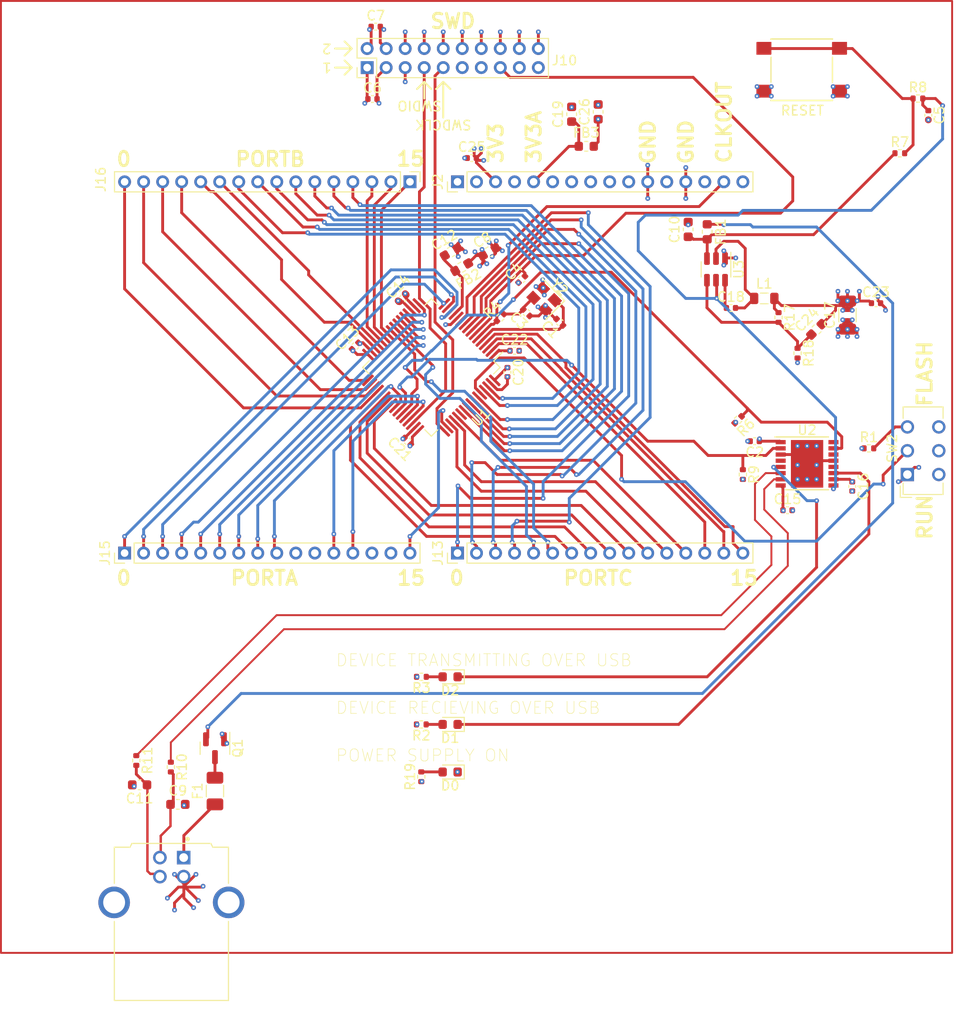
<source format=kicad_pcb>
(kicad_pcb (version 20221018) (generator pcbnew)
  (layers (0 "F.Cu" signal) (1 "In1.Cu" power) (2 "In2.Cu" power) (31 "B.Cu" signal) (34 "B.Paste" user) (35 "F.Paste" user) (36 "B.SilkS" user "B.Silkscreen") (37 "F.SilkS" user "F.Silkscreen") (38 "B.Mask" user) (39 "F.Mask" user) (44 "Edge.Cuts" user))
  (net 0 "")
  (net 1 "GND")
  (net 2 "Net-(U3-SW)")
  (net 3 "Net-(U3-VIN)")
  (net 4 "Net-(U3-FB)")
  (net 5 "RESETSW")
  (net 6 "Net-(U3-BS)")
  (net 7 "Net-(Q1-D)")
  (net 8 "+3V3")
  (net 9 "Net-(U1-PA9)")
  (net 11 "Net-(D2-K)")
  (net 12 "Net-(D1-K)")
  (net 15 "Net-(U1-PA10)")
  (net 17 "PORTB{slash}PIN8")
  (net 18 "Net-(SW2-B)")
  (net 19 "PORTB{slash}PIN4")
  (net 20 "PORTB{slash}PIN3")
  (net 21 "PORTA{slash}PIN15")
  (net 22 "SWDCLK")
  (net 23 "SWDIO")
  (net 24 "PORTA{slash}PIN12")
  (net 25 "PORTB{slash}PIN9")
  (net 26 "PORTB{slash}PIN7")
  (net 27 "PORTB{slash}PIN6")
  (net 28 "PORTC{slash}PIN12")
  (net 29 "PORTC{slash}PIN10")
  (net 30 "PORTA{slash}PIN11")
  (net 31 "PORTC{slash}PIN13")
  (net 32 "PORTB{slash}PIN5")
  (net 33 "PORTD{slash}PIN2")
  (net 34 "PORTC{slash}PIN11")
  (net 35 "PORTC{slash}PIN14")
  (net 36 "PORTA{slash}PIN8")
  (net 37 "PORTC{slash}PIN9")
  (net 38 "PORTC{slash}PIN15")
  (net 39 "PORTC{slash}PIN8")
  (net 40 "PORTC{slash}PIN7")
  (net 41 "PORTC{slash}PIN6")
  (net 42 "Net-(U1-PF0)")
  (net 43 "CLK_OUT")
  (net 44 "PORTC{slash}PIN0")
  (net 45 "NRST")
  (net 46 "PORTC{slash}PIN1")
  (net 47 "PORTC{slash}PIN2")
  (net 48 "PORTC{slash}PIN3")
  (net 49 "PORTA{slash}PIN2")
  (net 50 "PORTA{slash}PIN5")
  (net 51 "PORTC{slash}PIN4")
  (net 52 "PORTB{slash}PIN15")
  (net 53 "PORTB{slash}PIN14")
  (net 54 "PORTB{slash}PIN13")
  (net 55 "PORTA{slash}PIN0")
  (net 56 "PORTA{slash}PIN3")
  (net 57 "PORTA{slash}PIN6")
  (net 58 "PORTC{slash}PIN5")
  (net 59 "PORTB{slash}PIN2")
  (net 60 "PORTB{slash}PIN10")
  (net 61 "PORTB{slash}PIN11")
  (net 62 "PORTB{slash}PIN12")
  (net 63 "+3.3VA")
  (net 64 "PORTA{slash}PIN1")
  (net 65 "PORTA{slash}PIN4")
  (net 66 "PORTA{slash}PIN7")
  (net 67 "PORTB{slash}PIN0")
  (net 68 "PORTB{slash}PIN1")
  (net 69 "Net-(D1-A)")
  (net 70 "Net-(D2-A)")
  (net 71 "Net-(J12-D+)")
  (net 72 "Net-(J12-D-)")
  (net 73 "Net-(R7-Pad2)")
  (net 74 "Net-(SW2-C)")
  (net 75 "+5V")
  (net 94 "Net-(Q1-S)")
  (net 95 "Net-(D0-A)")
  (net 96 "Net-(J2-Pin_5)")
  (net 98 "D-")
  (net 99 "D+")
  (net 100 "Net-(C3-Pad2)")
  (footprint "Capacitor_SMD:C_0402_1005Metric" (layer "F.Cu") (at 116.5 71 -90)
    (fp_text reference "C16")
    (fp_text value "0u1F")
  )
  (footprint "Capacitor_SMD:C_0402_1005Metric" (layer "F.Cu") (at 119 51.75)
    (fp_text reference "C23")
    (fp_text value "4u7F")
  )
  (footprint "Capacitor_SMD:C_0603_1608Metric" (layer "F.Cu") (at 99.25 44 90)
    (fp_text reference "C10")
    (fp_text value "10uF")
  )
  (footprint "Connector_PinHeader_2.00mm:PinHeader_2x10_P2.00mm_Vertical" (layer "F.Cu") (at 65.5 27 90)
    (fp_text reference "J10")
    (fp_text value "SWD connector")
  )
  (footprint "Package_TO_SOT_SMD:SOT-23" (layer "F.Cu") (at 49.5 98.5 -90)
    (fp_text reference "Q1")
    (fp_text value "Si7141DP")
  )
  (footprint "Capacitor_SMD:C_0603_1608Metric" (layer "F.Cu") (at 89.7875 31.650001 90)
    (fp_text reference "C26")
    (fp_text value "10uF")
  )
  (footprint "Capacitor_SMD:C_0603_1608Metric" (layer "F.Cu") (at 45.6 104.4)
    (fp_text reference "C9")
    (fp_text value "47pF")
  )
  (footprint "Crystal:Crystal_SMD_2520-4Pin_2.5x2.0mm" (layer "F.Cu") (at 84.1 51.3 135)
    (fp_text reference "REF**" hide)
    (fp_text value "Crystal_SMD_2520-4Pin_2.5x2.0mm")
  )
  (footprint "Resistor_SMD:R_0402_1005Metric" (layer "F.Cu") (at 71.2035 91.001 180)
    (fp_text reference "R3")
    (fp_text value "270 Ohms")
  )
  (footprint "Connector_PinHeader_2.00mm:PinHeader_1x16_P2.00mm_Vertical" (layer "F.Cu") (at 70 39 -90)
    (fp_text reference "J16")
    (fp_text value "PORTB/CONNECTOR")
  )
  (footprint "Capacitor_SMD:C_0402_1005Metric" (layer "F.Cu") (at 82.25 52.75 135)
    (fp_text reference "C3")
    (fp_text value "10pF")
  )
  (footprint "Resistor_SMD:R_0402_1005Metric" (layer "F.Cu") (at 121.5 36)
    (fp_text reference "R7")
    (fp_text value "10k Ohms")
  )
  (footprint "Crystal:Crystal_SMD_2520-4Pin_2.5x2.0mm" (layer "F.Cu") (at 84.113693 51.323744 135)
    (fp_text reference "Y2")
    (fp_text value "32 MHz")
  )
  (footprint "Capacitor_SMD:C_0603_1608Metric" (layer "F.Cu") (at 112.75 54.5 45)
    (fp_text reference "C24")
    (fp_text value "22pF")
  )
  (footprint "LED_SMD:LED_0603_1608Metric" (layer "F.Cu") (at 74.225 91 180)
    (fp_text reference "D2")
    (fp_text value "LED")
  )
  (footprint "Capacitor_SMD:C_0402_1005Metric" (layer "F.Cu") (at 76.5 36.5)
    (fp_text reference "C25")
    (fp_text value "22uF")
  )
  (footprint "Button_Switch_SMD:SW_Push_1P1T_NO_6x6mm_H9.5mm" (layer "F.Cu") (at 111.2 27.2)
    (fp_text reference "REF**" hide)
    (fp_text value "SW_Push_1P1T_NO_6x6mm_H9.5mm")
  )
  (footprint "Capacitor_SMD:C_0402_1005Metric" (layer "F.Cu") (at 81.75 49.25 45)
    (fp_text reference "C4")
    (fp_text value "0u1F")
  )
  (footprint "Capacitor_SMD:C_0402_1005Metric" (layer "F.Cu") (at 80.25 59 -90)
    (fp_text reference "C20")
    (fp_text value "0u1F")
  )
  (footprint "Capacitor_SMD:C_0402_1005Metric" (layer "F.Cu") (at 85.75 53.75 -45)
    (fp_text reference "C1")
    (fp_text value "10pF")
  )
  (footprint "Capacitor_SMD:C_0402_1005Metric" (layer "F.Cu") (at 66.06 30.3)
    (fp_text reference "C6")
    (fp_text value "0u1F")
  )
  (footprint "Capacitor_SMD:C_0402_1005Metric" (layer "F.Cu") (at 103.75 52.25)
    (fp_text reference "C18")
    (fp_text value "100nF")
  )
  (footprint "Capacitor_SMD:C_0402_1005Metric" (layer "F.Cu") (at 69.25 51.25 45)
    (fp_text reference "C14")
    (fp_text value "0u1F")
  )
  (footprint "Inductor_SMD:L_0603_1608Metric" (layer "F.Cu") (at 101.25 44.25 -90)
    (fp_text reference "FB1")
    (fp_text value "2k Ohms at 100MHz")
  )
  (footprint "Resistor_SMD:R_0402_1005Metric" (layer "F.Cu") (at 71.1915 101.5 90)
    (fp_text reference "R19")
    (fp_text value "10k Ohms")
  )
  (footprint "Resistor_SMD:R_0402_1005Metric" (layer "F.Cu") (at 108.75 53.25 -90)
    (fp_text reference "R17")
    (fp_text value "40k2 Ohms")
  )
  (footprint "Inductor_SMD:L_0603_1608Metric" (layer "F.Cu") (at 75.443317 47.963755 -150)
    (fp_text reference "FB2")
    (fp_text value "2k Ohms at 100MHz")
  )
  (footprint "Button_Switch_SMD:SW_Push_1P1T_NO_6x6mm_H9.5mm" (layer "F.Cu") (at 111.175 27.25)
    (fp_text reference "SW4" hide)
    (fp_text value "SW_Push")
  )
  (footprint "Package_SO:HTSSOP-16-1EP_4.4x5mm_P0.65mm_EP3.4x5mm" (layer "F.Cu") (at 111.75 68.625)
    (fp_text reference "U2")
    (fp_text value "FT230XQ")
  )
  (footprint "USB TYPE B FEMALE:ASSMANN_AU-Y1007" (layer "F.Cu") (at 44.92 116.75)
    (fp_text reference "REF**" hide)
    (fp_text value "ASSMANN_AU-Y1007")
  )
  (footprint "LED_SMD:LED_0603_1608Metric" (layer "F.Cu") (at 74.225 96 180)
    (fp_text reference "D1")
    (fp_text value "LED")
  )
  (footprint "Capacitor_SMD:C_0402_1005Metric" (layer "F.Cu") (at 124.5 32 -90)
    (fp_text reference "C5")
    (fp_text value "100nF")
  )
  (footprint "Fuse:Fuse_1206_3216Metric" (layer "F.Cu") (at 49.5 103 90)
    (fp_text reference "F1")
    (fp_text value "500mA")
  )
  (footprint "Connector_PinHeader_2.00mm:PinHeader_1x16_P2.00mm_Vertical" (layer "F.Cu") (at 75 39 90)
    (fp_text reference "J2")
    (fp_text value "EXTERNAL_POWER/CONNECTOR")
  )
  (footprint "Capacitor_SMD:C_1206_3216Metric" (layer "F.Cu") (at 116 53 90)
    (fp_text reference "C17")
    (fp_text value "22uF")
  )
  (footprint "Resistor_SMD:R_0402_1005Metric" (layer "F.Cu") (at 104.5 64 -135)
    (fp_text reference "R6")
    (fp_text value "2K2 Ohms")
  )
  (footprint "LED_SMD:LED_0603_1608Metric" (layer "F.Cu") (at 74.225 101 180)
    (fp_text reference "D0")
    (fp_text value "LED")
  )
  (footprint "Resistor_SMD:R_0402_1005Metric" (layer "F.Cu") (at 71.1915 96.001 180)
    (fp_text reference "R2")
    (fp_text value "270 Ohms")
  )
  (footprint "Connector_PinHeader_2.00mm:PinHeader_1x16_P2.00mm_Vertical" (layer "F.Cu") (at 75 78 90)
    (fp_text reference "J13")
    (fp_text value "PORTC/CONNECTOR")
  )
  (footprint "Resistor_SMD:R_0402_1005Metric" (layer "F.Cu") (at 41.23 99.79 -90)
    (fp_text reference "R11")
    (fp_text value "27 Ohms")
  )
  (footprint "Capacitor_SMD:C_0402_1005Metric" (layer "F.Cu") (at 106.25 66.25 180)
    (fp_text reference "C2")
    (fp_text value "0u1F")
  )
  (footprint "Connector_PinHeader_2.00mm:PinHeader_1x16_P2.00mm_Vertical" (layer "F.Cu") (at 40 78 90)
    (fp_text reference "J15")
    (fp_text value "PORTA/CONNECTOR")
  )
  (footprint "Capacitor_SMD:C_0402_1005Metric" (layer "F.Cu") (at 64.25 56.25 45)
    (fp_text reference "C13")
    (fp_text value "0u1F")
  )
  (footprint "Package_TO_SOT_SMD:SOT-23-6" (layer "F.Cu") (at 102.175 48.2 -90)
    (fp_text reference "U3")
    (fp_text value "DIO6970")
  )
  (footprint "Capacitor_SMD:C_0402_1005Metric" (layer "F.Cu") (at 69.75 66.25 135)
    (fp_text reference "C21")
    (fp_text value "0u1F")
  )
  (footprint "Resistor_SMD:R_0402_1005Metric" (layer "F.Cu") (at 79.5 53.25 45)
    (fp_text reference "R4")
    (fp_text value "200k")
  )
  (footprint "Capacitor_SMD:C_0402_1005Metric" (layer "F.Cu") (at 66.4 22.7)
    (fp_text reference "C7")
    (fp_text value "0u1F")
  )
  (footprint "Resistor_SMD:R_0402_1005Metric" (layer "F.Cu") (at 123.405 30.25)
    (fp_text reference "R8")
    (fp_text value "5k Ohms")
  )
  (footprint "Resistor_SMD:R_0402_1005Metric" (layer "F.Cu") (at 44.86 100.48 -90)
    (fp_text reference "R10")
    (fp_text value "27 Ohms")
  )
  (footprint "Capacitor_SMD:C_0603_1608Metric" (layer "F.Cu") (at 78.32883 46.354585 30)
    (fp_text reference "C8")
    (fp_text value "1uF")
  )
  (footprint "Package_QFP:LQFP-64_10x10mm_P0.5mm" (layer "F.Cu") (at 72.25 58.5 -135)
    (fp_text reference "U1")
    (fp_text value "STM32F072VBTx")
  )
  (footprint "Resistor_SMD:R_0402_1005Metric" (layer "F.Cu") (at 105 69.75 -90)
    (fp_text reference "R9")
    (fp_text value "2K2 Ohms")
  )
  (footprint "Capacitor_SMD:C_0603_1608Metric" (layer "F.Cu") (at 74.32883 46.354585 30)
    (fp_text reference "C12")
    (fp_text value "10nF")
  )
  (footprint "Capacitor_SMD:C_0402_1005Metric" (layer "F.Cu") (at 109.695 73.5)
    (fp_text reference "C15")
    (fp_text value "0u1F")
  )
  (footprint "Inductor_SMD:L_0603_1608Metric" (layer "F.Cu") (at 88.5375 35.271239)
    (fp_text reference "FB3")
    (fp_text value "2k Ohms at 100MHz")
  )
  (footprint "Capacitor_SMD:C_0402_1005Metric" (layer "F.Cu") (at 81 56.75)
    (fp_text reference "C22")
    (fp_text value "0u1F")
  )
  (footprint "Resistor_SMD:R_0402_1005Metric" (layer "F.Cu") (at 110.75 57 -90)
    (fp_text reference "R18")
    (fp_text value "13k Ohms")
  )
  (footprint "Button_Switch_THT:SW_CuK_JS202011CQN_DPDT_Straight" (layer "F.Cu") (at 122.3 69.75 90)
    (fp_text reference "SW2")
    (fp_text value "~")
  )
  (footprint "Resistor_SMD:R_0402_1005Metric" (layer "F.Cu") (at 118.25 67)
    (fp_text reference "R1")
    (fp_text value "1k Ohms")
  )
  (footprint "Capacitor_SMD:C_0603_1608Metric" (layer "F.Cu") (at 41.58 102.35 180)
    (fp_text reference "C11")
    (fp_text value "47pF")
  )
  (footprint "Capacitor_SMD:C_0603_1608Metric" (layer "F.Cu") (at 87 31.9 90)
    (fp_text reference "C19")
    (fp_text value "10uF")
  )
  (footprint "Inductor_SMD:L_0805_2012Metric" (layer "F.Cu") (at 107.25 51.25)
    (fp_text reference "L1")
    (fp_text value "4u7H")
  )
  (gr_rect (start 27 20) (end 127 120) (stroke (width 0.2)) (fill none) (layer "F.Cu"))
  (gr_line (start 73.5 28.5) (end 72.75 29.25) (stroke (width 0.2)) (layer "F.SilkS"))
  (gr_line (start 63.875 27) (end 63.125 26.25) (stroke (width 0.2)) (layer "F.SilkS"))
  (gr_line (start 70.75 29.25) (end 71.5 28.5) (stroke (width 0.2)) (layer "F.SilkS"))
  (gr_line (start 71.5 28.5) (end 72.25 29.25) (stroke (width 0.2)) (layer "F.SilkS"))
  (gr_line (start 73.5 28.5) (end 74.25 29.25) (stroke (width 0.2)) (layer "F.SilkS"))
  (gr_line (start 71.5 30.25) (end 71.5 28.5) (stroke (width 0.2)) (layer "F.SilkS"))
  (gr_line (start 71.5 28.5) (end 70.75 29.25) (stroke (width 0.2)) (layer "F.SilkS"))
  (gr_line (start 72.75 29.25) (end 73.5 28.5) (stroke (width 0.2)) (layer "F.SilkS"))
  (gr_line (start 63.875 27) (end 63.125 27.75) (stroke (width 0.2)) (layer "F.SilkS"))
  (gr_line (start 63.875 25) (end 63.125 25.75) (stroke (width 0.2)) (layer "F.SilkS"))
  (gr_line (start 62.125 25) (end 63.875 25) (stroke (width 0.2)) (layer "F.SilkS"))
  (gr_line (start 73.5 32.25) (end 73.5 28.5) (stroke (width 0.2)) (layer "F.SilkS"))
  (gr_line (start 62.125 27) (end 63.875 27) (stroke (width 0.2)) (layer "F.SilkS"))
  (gr_line (start 63.875 25) (end 63.125 24.25) (stroke (width 0.2)) (layer "F.SilkS"))
  (gr_text locked "3V3\n" (at 79.9 37.2 90) (layer "F.SilkS") (effects (font (size 1.5 1.5) (thickness 0.3) bold) (justify left bottom)))
  (gr_text locked "GND\n" (at 99.9 37.3 90) (layer "F.SilkS") (effects (font (size 1.5 1.5) (thickness 0.3) bold) (justify left bottom)))
  (gr_text locked "PORTB" (at 51.5 37.5) (layer "F.SilkS") (effects (font (size 1.5 1.5) (thickness 0.3) bold) (justify left bottom)))
  (gr_text locked "DEVICE RECIEVING OVER USB" (at 62.1665 95.001) (layer "F.SilkS") (effects (font (size 1.27 1.27) (thickness 0.0635) bold) (justify left bottom)))
  (gr_text "SWDCLK\n" (at 73.5 33 180) (layer "F.SilkS") (effects (font (size 1 1) (thickness 0.153))))
  (gr_text locked "PORTA" (at 51 81.5) (layer "F.SilkS") (effects (font (size 1.5 1.5) (thickness 0.3) bold) (justify left bottom)))
  (gr_text locked "PORTC" (at 86 81.5) (layer "F.SilkS") (effects (font (size 1.5 1.5) (thickness 0.3) bold) (justify left bottom)))
  (gr_text locked "SWD" (at 72 23) (layer "F.SilkS") (effects (font (size 1.5 1.5) (thickness 0.3) bold) (justify left bottom)))
  (gr_text locked "15" (at 103.5 81.5) (layer "F.SilkS") (effects (font (size 1.5 1.5) (thickness 0.3) bold) (justify left bottom)))
  (gr_text locked "GND\n" (at 95.9 37.3 90) (layer "F.SilkS") (effects (font (size 1.5 1.5) (thickness 0.3) bold) (justify left bottom)))
  (gr_text locked "CLKOUT\n" (at 103.9 37.2 90) (layer "F.SilkS") (effects (font (size 1.5 1.5) (thickness 0.3) bold) (justify left bottom)))
  (gr_text locked "0" (at 74 81.5) (layer "F.SilkS") (effects (font (size 1.5 1.5) (thickness 0.3) bold) (justify left bottom)))
  (gr_text "RESET" (at 108.9 32.1) (layer "F.SilkS") (effects (font (size 1 1)) (justify left bottom)))
  (gr_text "FLASH" (at 125 62.75 90) (layer "F.SilkS") (effects (font (size 1.5 1.5) (thickness 0.3) bold) (justify left bottom)))
  (gr_text "SWDIO" (at 71 31 180) (layer "F.SilkS") (effects (font (size 1 1) (thickness 0.153))))
  (gr_text locked "0" (at 39 37.5) (layer "F.SilkS") (effects (font (size 1.5 1.5) (thickness 0.3) bold) (justify left bottom)))
  (gr_text locked "15" (at 68.5 81.5) (layer "F.SilkS") (effects (font (size 1.5 1.5) (thickness 0.3) bold) (justify left bottom)))
  (gr_text "RUN\n" (at 125 76.75 90) (layer "F.SilkS") (effects (font (size 1.5 1.5) (thickness 0.3) bold) (justify left bottom)))
  (gr_text locked "15" (at 68.45 37.47) (layer "F.SilkS") (effects (font (size 1.5 1.5) (thickness 0.3) bold) (justify left bottom)))
  (gr_text "2" (at 61.25 25 180) (layer "F.SilkS") (effects (font (size 1 1) (thickness 0.153))))
  (gr_text "1" (at 61.25 27 180) (layer "F.SilkS") (effects (font (size 1 1) (thickness 0.153))))
  (gr_text locked "POWER SUPPLY ON" (at 62.1665 100.001) (layer "F.SilkS") (effects (font (size 1.27 1.27) (thickness 0.0635) bold) (justify left bottom)))
  (gr_text locked "3V3A\n" (at 83.9 37.2 90) (layer "F.SilkS") (effects (font (size 1.5 1.5) (thickness 0.3) bold) (justify left bottom)))
  (gr_text locked "0" (at 39 81.5) (layer "F.SilkS") (effects (font (size 1.5 1.5) (thickness 0.3) bold) (justify left bottom)))
  (gr_text locked "DEVICE TRANSMITTING OVER USB" (at 62.1665 90.001) (layer "F.SilkS") (effects (font (size 1.27 1.27) (thickness 0.0635) bold) (justify left bottom)))
  (segment (start 74.69133 45.967085) (end 74.32883 45.604585) (width 0.3) (layer "F.Cu") (net 1))
  (segment (start 106.49 30) (end 106.775 30) (width 0.3) (layer "F.Cu") (net 1))
  (segment (start 115.99 29) (end 115.725 29) (width 0.3) (layer "F.Cu") (net 1))
  (segment (start 84.012563 50.776301) (end 84.129439 50.893177) (width 0.3) (layer "F.Cu") (net 1))
  (segment (start 114.49 30) (end 114.725 30) (width 0.3) (layer "F.Cu") (net 1))
  (segment (start 79 45.967085) (end 79 46.507568) (width 0.3) (layer "F.Cu") (net 1))
  (segment (start 47.75 114.5) (end 46.34 113.09) (width 0.3) (layer "F.Cu") (net 1))
  (segment (start 69.589411 51.243217) (end 70.535266 52.189072) (width 0.3) (layer "F.Cu") (net 1))
  (segment (start 84.260051 52.010051) (end 84.25 52) (width 0.3) (layer "F.Cu") (net 1))
  (segment (start 116 53.48) (end 115.52 53.48) (width 0.3) (layer "F.Cu") (net 1))
  (segment (start 123.5 69) (end 123.05 69) (width 0.3) (layer "F.Cu") (net 1))
  (segment (start 103.125 47.625) (end 103 47.75) (width 0.3) (layer "F.Cu") (net 1))
  (segment (start 66.54 30.3) (end 66.54 27.96) (width 0.3) (layer "F.Cu") (net 1))
  (segment (start 111.875 68.75) (end 111.75 68.625) (width 0.3) (layer "F.Cu") (net 1))
  (segment (start 69.5 25) (end 69.5 23.25) (width 0.3) (layer "F.Cu") (net 1))
  (segment (start 69.589411 50.910589) (end 69.589411 51.243217) (width 0.3) (layer "F.Cu") (net 1))
  (segment (start 115.99 30) (end 115.725 30) (width 0.3) (layer "F.Cu") (net 1))
  (segment (start 121.3495 70.5) (end 121.55 70.5) (width 0.3) (layer "F.Cu") (net 1))
  (segment (start 41.1 102.35) (end 41.1 102.4) (width 0.3) (layer "F.Cu") (net 1))
  (segment (start 45.25 111.75) (end 46.23 112.73) (width 0.3) (layer "F.Cu") (net 1))
  (segment (start 66.95 22.7) (end 67.25 23) (width 0.3) (layer "F.Cu") (net 1))
  (segment (start 74.275126 54) (end 75.025394 53.249732) (width 0.3) (layer "F.Cu") (net 1))
  (segment (start 111.75 70.25) (end 111.75 68.625) (width 0.3) (layer "F.Cu") (net 1))
  (segment (start 116 53.5) (end 117 54.5) (width 0.3) (layer "F.Cu") (net 1))
  (segment (start 69.5 27) (end 69.5 28.5) (width 0.3) (layer "F.Cu") (net 1))
  (segment (start 117 54.5) (end 117 55.25) (width 0.3) (layer "F.Cu") (net 1))
  (segment (start 95 39) (end 95 37.25) (width 0.3) (layer "F.Cu") (net 1))
  (segment (start 46.23 114.23) (end 46.23 113.09) (width 0.3) (layer "F.Cu") (net 1))
  (segment (start 73.5 25) (end 73.5 23.25) (width 0.3) (layer "F.Cu") (net 1))
  (segment (start 110.75 66.75) (end 110.75 67.625) (width 0.3) (layer "F.Cu") (net 1))
  (segment (start 110.75 68.75) (end 111.625 68.75) (width 0.3) (layer "F.Cu") (net 1))
  (segment (start 66.88 24.38) (end 67.5 25) (width 0.3) (layer "F.Cu") (net 1))
  (segment (start 69.5 25) (end 69.5 24.75) (width 0.3) (layer "F.Cu") (net 1))
  (segment (start 108.975 67.65) (end 110.775 67.65) (width 0.3) (layer "F.Cu") (net 1))
  (segment (start 79 46.507568) (end 78.65195 46.855618) (width 0.3) (layer "F.Cu") (net 1))
  (segment (start 84.260051 53.239949) (end 84.25 53.25) (width 0.3) (layer "F.Cu") (net 1))
  (segment (start 114.49 29) (end 114.725 29) (width 0.3) (layer "F.Cu") (net 1))
  (segment (start 79 45.967085) (end 78.94133 45.967085) (width 0.3) (layer "F.Cu") (net 1))
  (segment (start 81.5 25) (end 81.5 23.25) (width 0.3) (layer "F.Cu") (net 1))
  (segment (start 47.25 115.25) (end 46.23 114.23) (width 0.3) (layer "F.Cu") (net 1))
  (segment (start 112.75 67.625) (end 111.75 68.625) (width 0.3) (layer "F.Cu") (net 1))
  (segment (start 75 45.967085) (end 75 46.775755) (width 0.3) (layer "F.Cu") (net 1))
  (segment (start 110.175 73.5) (end 110.22 73.5) (width 0.3) (layer "F.Cu") (net 1))
  (segment (start 64.75 56) (end 64.839411 55.910589) (width 0.3) (layer "F.Cu") (net 1))
  (segment (start 119.201089 51.048911) (end 119.201089 51.471089) (width 0.3) (layer "F.Cu") (net 1))
  (segment (start 84.012563 50.136307) (end 83.386307 50.136307) (width 0.3) (layer "F.Cu") (net 1))
  (segment (start 114.525 68.3) (end 112.075 68.3) (width 0.3) (layer "F.Cu") (net 1))
  (segment (start 75 45.967085) (end 74.69133 45.967085) (width 0.3) (layer "F.Cu") (net 1))
  (segment (start 84.012563 50.136307) (end 84.012563 50.776301) (width 0.3) (layer "F.Cu") (net 1))
  (segment (start 75 45.967085) (end 75.44133 45.967085) (width 0.3) (layer "F.Cu") (net 1))
  (segment (start 46.34 113.09) (end 46.23 113.09) (width 0.3) (layer "F.Cu") (net 1))
  (segment (start 112.75 66.75) (end 112.75 67.625) (width 0.3) (layer "F.Cu") (net 1))
  (segment (start 85.306947 53.410589) (end 84.260051 52.363693) (width 0.3) (layer "F.Cu") (net 1))
  (segment (start 50.25 97.3625) (end 50.45 97.5625) (width 0.3) (layer "F.Cu") (net 1))
  (segment (start 45.25 115.5) (end 45.25 114.75) (width 0.3) (layer "F.Cu") (net 1))
  (segment (start 103.125 46.375) (end 103 46.25) (width 0.3) (layer "F.Cu") (net 1))
  (segment (start 83.534333 53.089411) (end 84.260051 52.363693) (width 0.3) (layer "F.Cu") (net 1))
  (segment (start 80.25 59.48) (end 80.25 60.25) (width 0.3) (layer "F.Cu") (net 1))
  (segment (start 66.54 30.54) (end 66.75 30.75) (width 0.3) (layer "F.Cu") (net 1))
  (segment (start 85.410589 53.410589) (end 85.306947 53.410589) (width 0.3) (layer "F.Cu") (net 1))
  (segment (start 71.5 25) (end 71.5 24.75) (width 0.3) (layer "F.Cu") (net 1))
  (segment (start 83.5 25) (end 83.5 23.25) (width 0.3) (layer "F.Cu") (net 1))
  (segment (start 107.99 29) (end 107.775 29) (width 0.3) (layer "F.Cu") (net 1))
  (segment (start 107.775 29) (end 107.275 29.5) (width 0.3) (layer "F.Cu") (net 1))
  (segment (start 103.125 47.0625) (end 103.125 47.625) (width 0.3) (layer "F.Cu") (net 1))
  (segment (start 111.625 68.75) (end 111.75 68.625) (width 0.3) (layer "F.Cu") (net 1))
  (segment (start 65.064395 55.910589) (end 65.939072 56.785266) (width 0.3) (layer "F.Cu") (net 1))
  (segment (start 120 52.27) (end 119.48 51.75) (width 0.3) (layer "F.Cu") (net 1))
  (segment (start 112.75 70.25) (end 112.75 69.625) (width 0.3) (layer "F.Cu") (net 1))
  (segment (start 82.589411 53.089411) (end 83.534333 53.089411) (width 0.3) (layer "F.Cu") (net 1))
  (segment (start 64.75 56) (end 64.678822 56) (width 0.3) (layer "F.Cu") (net 1))
  (segment (start 116 53.48) (end 116 54.5) (width 0.3) (layer "F.Cu") (net 1))
  (segment (start 50.75 98) (end 50.75 97.8625) (width 0.3) (layer "F.Cu") (net 1))
  (segment (start 115.52 53.48) (end 115.5 53.5) (width 0.3) (layer "F.Cu") (net 1))
  (segment (start 71.5 25) (end 71.5 23.25) (width 0.3) (layer "F.Cu") (net 1))
  (segment (start 116.5 71.48) (end 116.5 71.5) (width 0.3) (layer "F.Cu") (net 1))
  (segment (start 79 45.967085) (end 79 45.282915) (width 0.3) (layer "F.Cu") (net 1))
  (segment (start 50.25 97) (end 50.25 97.3625) (width 0.3) (layer "F.Cu") (net 1))
  (segment (start 80.25 60.25) (end 79.665811 60.834189) (width 0.3) (layer "F.Cu") (net 1))
  (segment (start 84.260051 52.363693) (end 84.260051 53.239949) (width 0.3) (layer "F.Cu") (net 1))
  (segment (start 79.180383 60.834189) (end 78.560928 60.214734) (width 0.3) (layer "F.Cu") (net 1))
  (segment (start 87 31.42) (end 87 31.170001) (width 0.3) (layer "F.Cu") (net 1))
  (segment (start 84.012563 49.360385) (end 83.951089 49.298911) (width 0.3) (layer "F.Cu") (net 1))
  (segment (start 79.44133 45.967085) (end 79.71926 46.245015) (width 0.3) (layer "F.Cu") (net 1))
  (segment (start 112.75 69.625) (end 111.75 68.625) (width 0.3) (layer "F.Cu") (net 1))
  (segment (start 116 53.48) (end 116 54.25) (width 0.3) (layer "F.Cu") (net 1))
  (segment (start 69.410589 65.910589) (end 69.339411 65.910589) (width 0.3) (layer "F.Cu") (net 1))
  (segment (start 119.201089 51.471089) (end 119.48 51.75) (width 0.3) (layer "F.Cu") (net 1))
  (segment (start 110.75 70.25) (end 110.75 69.625) (width 0.3) (layer "F.Cu") (net 1))
  (segment (start 69.410589 65.910589) (end 69.435605 65.910589) (width 0.3) (layer "F.Cu") (net 1))
  (segment (start 114.725 29) (end 115.225 29.5) (width 0.3) (layer "F.Cu") (net 1))
  (segment (start 41.1 102.4) (end 41 102.5) (width 0.3) (layer "F.Cu") (net 1))
  (segment (start 66.54 27.96) (end 67.5 27) (width 0.3) (layer "F.Cu") (net 1))
  (segment (start 110.775 67.65) (end 111.75 68.625) (width 0.3) (layer "F.Cu") (net 1))
  (segment (start 116.48 53.48) (end 116.5 53.5) (width 0.3) (layer "F.Cu") (net 1))
  (segment (start 76.02 36.5) (end 75.75 36.5) (width 0.3) (layer "F.Cu") (net 1))
  (segment (start 66.88 22.7) (end 66.88 24.38) (width 0.3) (layer "F.Cu") (net 1))
  (segment (start 46.15 104.4) (end 46.25 104.5) (width 0.3) (layer "F.Cu") (net 1))
  (segment (start 75 46.775755) (end 75.07883 46.854585) (width 0.3) (layer "F.Cu") (net 1))
  (segment (start 46.08 104.4) (end 46.15 104.4) (width 0.3) (layer "F.Cu") (net 1))
  (segment (start 106.775 30) (end 107.275 29.5) (width 0.3) (layer "F.Cu") (net 1))
  (segment (start 75.44133 45.967085) (end 75.82883 46.354585) (width 0.3) (layer "F.Cu") (net 1))
  (segment (start 89.7875 31.170001) (end 89.7875 30.920001) (width 0.3) (layer "F.Cu") (net 1))
  (segment (start 44.5 114.25) (end 45.66 113.09) (width 0.3) (layer "F.Cu") (net 1))
  (segment (start 66.88 22.7) (end 66.95 22.7) (width 0.3) (layer "F.Cu") (net 1))
  (segment (start 99 39) (end 99 40.75) (width 0.3) (layer "F.Cu") (net 1))
  (segment (start 99 39) (end 99 37.5) (width 0.3) (layer "F.Cu") (net 1))
  (segment (start 64.839411 55.910589) (end 65.064395 55.910589) (width 0.3) (layer "F.Cu") (net 1))
  (segment (start 121.75 69.25) (end 121.8 69.25) (width 0.3) (layer "F.Cu") (net 1))
  (segment (start 66.54 30.3) (end 66.54 30.54) (width 0.3) (layer "F.Cu") (net 1))
  (segment (start 69.589411 50.910589) (end 69.589411 50.839411) (width 0.7) (layer "F.Cu") (net 1))
  (segment (start 45.25 114.75) (end 46.23 113.77) (width 0.3) (layer "F.Cu") (net 1))
  (segment (start 69.339411 65.910589) (end 69.25 66) (width 0.3) (layer "F.Cu") (net 1))
  (segment (start 110.75 58) (end 110.75 57.51) (width 0.3) (layer "F.Cu") (net 1))
  (segment (start 83.684164 52.363693) (end 83.459102 52.138631) (width 0.3) (layer "F.Cu") (net 1))
  (segment (start 95 39) (end 95 40.75) (width 0.3) (layer "F.Cu") (net 1))
  (segment (start 124.5 32.48) (end 124.5 32.5) (width 0.7) (layer "F.Cu") (net 1))
  (segment (start 46.23 113.02) (end 46.23 113.09) (width 0.3) (layer "F.Cu") (net 1))
  (segment (start 123.05 69) (end 122.3 69.75) (width 0.3) (layer "F.Cu") (net 1))
  (segment (start 107.99 30) (end 107.775 30) (width 0.3) (layer "F.Cu") (net 1))
  (segment (start 112.75 68.75) (end 111.875 68.75) (width 0.3) (layer "F.Cu") (net 1))
  (segment (start 106.49 29) (end 106.775 29) (width 0.3) (layer "F.Cu") (net 1))
  (segment (start 84.012563 50.136307) (end 84.012563 49.360385) (width 0.3) (layer "F.Cu") (net 1))
  (segment (start 75.0125 101) (end 75 101) (width 0.3) (layer "F.Cu") (net 1))
  (segment (start 48.25 113) (end 48.16 113.09) (width 0.3) (layer "F.Cu") (net 1))
  (segment (start 78.94133 45.967085) (end 78.32883 45.354585) (width 0.3) (layer "F.Cu") (net 1))
  (segment (start 106.775 29) (end 107.275 29.5) (width 0.3) (layer "F.Cu") (net 1))
  (segment (start 103.125 47.0625) (end 103.125 46.375) (width 0.3) (layer "F.Cu") (net 1))
  (segment (start 112.075 68.3) (end 111.75 68.625) (width 0.3) (layer "F.Cu") (net 1))
  (segment (start 81.48 56.75) (end 81.5 56.75) (width 0.3) (layer "F.Cu") (net 1))
  (segment (start 79.5 25) (end 79.5 23.25) (width 0.3) (layer "F.Cu") (net 1))
  (segment (start 114.725 30) (end 115.225 29.5) (width 0.3) (layer "F.Cu") (net 1))
  (segment (start 84.260051 52.363693) (end 84.260051 52.010051) (width 0.3) (layer "F.Cu") (net 1))
  (segment (start 120 52.5) (end 120 52.27) (width 0.3) (layer "F.Cu") (net 1))
  (segment (start 69.589411 50.839411) (end 69.5 50.75) (width 0.7) (layer "F.Cu") (net 1))
  (segment (start 77.5 25) (end 77.5 23.25) (width 0.3) (layer "F.Cu") (net 1))
  (segment (start 116 53.48) (end 116 55.25) (width 0.3) (layer "F.Cu") (net 1))
  (segment (start 107.775 30) (end 107.275 29.5) (width 0.3) (layer "F.Cu") (net 1))
  (segment (start 83.386307 50.136307) (end 83.25 50) (width 0.3) (layer "F.Cu") (net 1))
  (segment (start 48.16 113.09) (end 46.23 113.09) (width 0.3) (layer "F.Cu") (net 1))
  (segment (start 116 53.48) (end 116 53.5) (width 0.3) (layer "F.Cu") (net 1))
  (segment (start 84.260051 52.363693) (end 83.684164 52.363693) (width 0.3) (layer "F.Cu") (net 1))
  (segment (start 116 53.48) (end 116.48 53.48) (width 0.3) (layer "F.Cu") (net 1))
  (segment (start 75 45.967085) (end 75 45.532915) (width 0.3) (layer "F.Cu") (net 1))
  (segment (start 64.678822 56) (end 64.589411 55.910589) (width 0.3) (layer "F.Cu") (net 1))
  (segment (start 46.23 112.73) (end 46.23 113.09) (width 0.3) (layer "F.Cu") (net 1))
  (segment (start 45.66 113.09) (end 46.23 113.09) (width 0.3) (layer "F.Cu") (net 1))
  (segment (start 79 45.282915) (end 79.07883 45.204085) (width 0.3) (layer "F.Cu") (net 1))
  (segment (start 47.5 111.75) (end 46.23 113.02) (width 0.3) (layer "F.Cu") (net 1))
  (segment (start 115.725 29) (end 115.225 29.5) (width 0.3) (layer "F.Cu") (net 1))
  (segment (start 104.25 47) (end 103.1875 47) (width 0.3) (layer "F.Cu") (net 1))
  (segment (start 69.435605 65.910589) (end 70.535266 64.810928) (width 0.3) (layer "F.Cu") (net 1))
  (segment (start 121.55 70.5) (end 122.3 69.75) (width 0.3) (layer "F.Cu") (net 1))
  (segment (start 75 45.532915) (end 75.32883 45.204085) (width 0.3) (layer "F.Cu") (net 1))
  (segment (start 103.1875 47) (end 103.125 47.0625) (width 0.3) (layer "F.Cu") (net 1))
  (segment (start 116 53.5) (end 115 54.5) (width 0.3) (layer "F.Cu") (net 1))
  (segment (start 75.5 25) (end 75.5 23.25) (width 0.3) (layer "F.Cu") (net 1))
  (segment (start 110.75 69.625) (end 111.75 68.625) (width 0.3) (layer "F.Cu") (net 1))
  (segment (start 110.22 73.5) (end 110.25 73.53) (width 0.3) (layer "F.Cu") (net 1))
  (segment (start 50.75 97.8625) (end 50.45 97.5625) (width 0.3) (layer "F.Cu") (net 1))
  (segment (start 105.77 66.25) (end 105.5 66.25) (width 0.3) (layer "F.Cu") (net 1))
  (segment (start 115.725 30) (end 115.225 29.5) (width 0.3) (layer "F.Cu") (net 1))
  (segment (start 111.75 66.75) (end 111.75 68.625) (width 0.3) (layer "F.Cu") (net 1))
  (segment (start 73.75 54) (end 74.275126 54) (width 0.3) (layer "F.Cu") (net 1))
  (segment (start 79.665811 60.834189) (end 79.180383 60.834189) (width 0.3) (layer "F.Cu") (net 1))
  (segment (start 110.75 67.625) (end 111.75 68.625) (width 0.3) (layer "F.Cu") (net 1))
  (segment (start 115 54.5) (end 115 55.25) (width 0.3) (layer "F.Cu") (net 1))
  (segment (start 79 45.967085) (end 79.44133 45.967085) (width 0.3) (layer "F.Cu") (net 1))
  (segment (start 46.23 113.77) (end 46.23 113.09) (width 0.3) (layer "F.Cu") (net 1))
  (via (at 79.71926 46.245015) (size 0.5) (drill 0.2) (layers "F.Cu" "B.Cu") (net 1))
  (via (at 79.07883 45.204085) (size 0.5) (drill 0.2) (layers "F.Cu" "B.Cu") (net 1))
  (via (at 73.75 54) (size 0.5) (drill 0.2) (layers "F.Cu" "B.Cu") (net 1))
  (via (at 73.5 23.25) (size 0.5) (drill 0.2) (layers "F.Cu" "B.Cu") (net 1))
  (via (at 111.75 66.75) (size 0.5) (drill 0.2) (layers "F.Cu" "B.Cu") (net 1))
  (via (at 121.3495 70.5) (size 0.5) (drill 0.2) (layers "F.Cu" "B.Cu") (net 1))
  (via (at 114.49 29) (size 0.5) (drill 0.2) (layers "F.Cu" "B.Cu") (net 1))
  (via (at 80.25 59.48) (size 0.5) (drill 0.2) (layers "F.Cu" "B.Cu") (net 1))
  (via (at 112.75 66.75) (size 0.5) (drill 0.2) (layers "F.Cu" "B.Cu") (net 1))
  (via (at 46.25 104.5) (size 0.5) (drill 0.2) (layers "F.Cu" "B.Cu") (net 1))
  (via (at 110.25 73.53) (size 0.5) (drill 0.2) (layers "F.Cu" "B.Cu") (net 1))
  (via (at 105.5 66.25) (size 0.5) (drill 0.2) (layers "F.Cu" "B.Cu") (net 1))
  (via (at 81.5 23.25) (size 0.5) (drill 0.2) (layers "F.Cu" "B.Cu") (net 1))
  (via (at 115 54.5) (size 0.5) (drill 0.2) (layers "F.Cu" "B.Cu") (net 1))
  (via (at 69.5 50.75) (size 0.5) (drill 0.2) (layers "F.Cu" "B.Cu") (net 1))
  (via (at 84.25 53.25) (size 0.5) (drill 0.2) (layers "F.Cu" "B.Cu") (net 1))
  (via (at 83.25 50) (size 0.5) (drill 0.2) (layers "F.Cu" "B.Cu") (net 1))
  (via (at 83.951089 49.298911) (size 0.5) (drill 0.2) (layers "F.Cu" "B.Cu") (net 1))
  (via (at 124.5 32.5) (size 0.5) (drill 0.2) (layers "F.Cu" "B.Cu") (net 1))
  (via (at 77.5 23.25) (size 0.5) (drill 0.2) (layers "F.Cu" "B.Cu") (net 1))
  (via (at 84.129439 50.893177) (size 0.5) (drill 0.2) (layers "F.Cu" "B.Cu") (net 1))
  (via (at 50.25 97) (size 0.5) (drill 0.2) (layers "F.Cu" "B.Cu") (net 1))
  (via (at 69.5 23.25) (size 0.5) (drill 0.2) (layers "F.Cu" "B.Cu") (net 1))
  (via (at 116.5 53.5) (size 0.5) (drill 0.2) (layers "F.Cu" "B.Cu") (net 1))
  (via (at 47.25 115.25) (size 0.5) (drill 0.2) (layers "F.Cu" "B.Cu") (net 1))
  (via (at 115 55.25) (size 0.5) (drill 0.2) (layers "F.Cu" "B.Cu") (net 1))
  (via (at 81.396443 49.603559) (size 0.5) (drill 0.2) (layers "F.Cu" "B.Cu") (net 1))
  (via (at 95 40.75) (size 0.5) (drill 0.2) (layers "F.Cu" "B.Cu") (net 1))
  (via (at 69.5 28.5) (size 0.5) (drill 0.2) (layers "F.Cu" "B.Cu") (net 1))
  (via (at 41 102.5) (size 0.5) (drill 0.2) (layers "F.Cu" "B.Cu") (net 1))
  (via (at 64.75 56) (size 0.5) (drill 0.2) (layers "F.Cu" "B.Cu") (net 1))
  (via (at 45.25 115.5) (size 0.5) (drill 0.2) (layers "F.Cu" "B.Cu") (net 1))
  (via (at 117 54.5) (size 0.5) (drill 0.2) (layers "F.Cu" "B.Cu") (net 1))
  (via (at 115.99 29) (size 0.5) (drill 0.2) (layers "F.Cu" "B.Cu") (net 1))
  (via (at 87 31.170001) (size 0.5) (drill 0.2) (layers "F.Cu" "B.Cu") (net 1))
  (via (at 75.5 23.25) (size 0.5) (drill 0.2) (layers "F.Cu" "B.Cu") (net 1))
  (via (at 120 52.5) (size 0.5) (drill 0.2) (layers "F.Cu" "B.Cu") (net 1))
  (via (at 107.99 30) (size 0.5) (drill 0.2) (layers "F.Cu" "B.Cu") (net 1))
  (via (at 81.5 56.75) (size 0.5) (drill 0.2) (layers "F.Cu" "B.Cu") (net 1))
  (via (at 114.49 30) (size 0.5) (drill 0.2) (layers "F.Cu" "B.Cu") (net 1))
  (via (at 67.25 23) (size 0.5) (drill 0.2) (layers "F.Cu" "B.Cu") (net 1))
  (via (at 99 37.5) (size 0.5) (drill 0.2) (layers "F.Cu" "B.Cu") (net 1))
  (via (at 79.5 23.25) (size 0.5) (drill 0.2) (layers "F.Cu" "B.Cu") (net 1))
  (via (at 123.5 69) (size 0.5) (drill 0.2) (layers "F.Cu" "B.Cu") (net 1))
  (via (at 69.25 66) (size 0.5) (drill 0.2) (layers "F.Cu" "B.Cu") (net 1))
  (via (at 75 101) (size 0.5) (drill 0.2) (layers "F.Cu" "B.Cu") (net 1))
  (via (at 110.75 68.75) (size 0.5) (drill 0.2) (layers "F.Cu" "B.Cu") (net 1))
  (via (at 47.75 114.5) (size 0.5) (drill 0.2) (layers "F.Cu" "B.Cu") (net 1))
  (via (at 78.65195 46.855618) (size 0.5) (drill 0.2) (layers "F.Cu" "B.Cu") (net 1))
  (via (at 74.32883 45.604585) (size 0.5) (drill 0.2) (layers "F.Cu" "B.Cu") (net 1))
  (via (at 75.07883 46.854585) (size 0.5) (drill 0.2) (layers "F.Cu" "B.Cu") (net 1))
  (via (at 50.75 98) (size 0.5) (drill 0.2) (layers "F.Cu" "B.Cu") (net 1))
  (via (at 116.5 71.5) (size 0.5) (drill 0.2) (layers "F.Cu" "B.Cu") (net 1))
  (via (at 84.25 52) (size 0.5) (drill 0.2) (layers "F.Cu" "B.Cu") (net 1))
  (via (at 71.5 23.25) (size 0.5) (drill 0.2) (layers "F.Cu" "B.Cu") (net 1))
  (via (at 112.75 70.25) (size 0.5) (drill 0.2) (layers "F.Cu" "B.Cu") (net 1))
  (via (at 66.75 30.75) (size 0.5) (drill 0.2) (layers "F.Cu" "B.Cu") (net 1))
  (via (at 99.25 43.52) (size 0.5) (drill 0.2) (layers "F.Cu" "B.Cu") (net 1))
  (via (at 75.82883 46.354585) (size 0.5) (drill 0.2) (layers "F.Cu" "B.Cu") (net 1))
  (via (at 111.75 70.25) (size 0.5) (drill 0.2) (layers "F.Cu" "B.Cu") (net 1))
  (via (at 110.75 70.25) (size 0.5) (drill 0.2) (layers "F.Cu" "B.Cu") (net 1))
  (via (at 95 37.25) (size 0.5) (drill 0.2) (layers "F.Cu" "B.Cu") (net 1))
  (via (at 104.25 47) (size 0.5) (drill 0.2) (layers "F.Cu" "B.Cu") (net 1))
  (via (at 117 55.25) (size 0.5) (drill 0.2) (layers "F.Cu" "B.Cu") (net 1))
  (via (at 83.459102 52.138631) (size 0.5) (drill 0.2) (layers "F.Cu" "B.Cu") (net 1))
  (via (at 48.25 113) (size 0.5) (drill 0.2) (layers "F.Cu" "B.Cu") (net 1))
  (via (at 106.49 30) (size 0.5) (drill 0.2) (layers "F.Cu" "B.Cu") (net 1))
  (via (at 103 47.75) (size 0.5) (drill 0.2) (layers "F.Cu" "B.Cu") (net 1))
  (via (at 107.99 29) (size 0.5) (drill 0.2) (layers "F.Cu" "B.Cu") (net 1))
  (via (at 106.49 29) (size 0.5) (drill 0.2) (layers "F.Cu" "B.Cu") (net 1))
  (via (at 83.5 23.25) (size 0.5) (drill 0.2) (layers "F.Cu" "B.Cu") (net 1))
  (via (at 119.201089 51.048911) (size 0.5) (drill 0.2) (layers "F.Cu" "B.Cu") (net 1))
  (via (at 44.5 114.25) (size 0.5) (drill 0.2) (layers "F.Cu" "B.Cu") (net 1))
  (via (at 75.75 36.5) (size 0.5) (drill 0.2) (layers "F.Cu" "B.Cu") (net 1))
  (via (at 103 46.25) (size 0.5) (drill 0.2) (layers "F.Cu" "B.Cu") (net 1))
  (via (at 115.99 30) (size 0.5) (drill 0.2) (layers "F.Cu" "B.Cu") (net 1))
  (via (at 75.32883 45.204085) (size 0.5) (drill 0.2) (layers "F.Cu" "B.Cu") (net 1))
  (via (at 89.7875 30.920001) (size 0.5) (drill 0.2) (layers "F.Cu" "B.Cu") (net 1))
  (via (at 112.75 68.75) (size 0.5) (drill 0.2) (layers "F.Cu" "B.Cu") (net 1))
  (via (at 45.25 111.75) (size 0.5) (drill 0.2) (layers "F.Cu" "B.Cu") (net 1))
  (via (at 110.75 58) (size 0.5) (drill 0.2) (layers "F.Cu" "B.Cu") (net 1))
  (via (at 78.32883 45.354585) (size 0.5) (drill 0.2) (layers "F.Cu" "B.Cu") (net 1))
  (via (at 84.012563 50.136307) (size 0.5) (drill 0.2) (layers "F.Cu" "B.Cu") (net 1))
  (via (at 116 54.5) (size 0.5) (drill 0.2) (layers "F.Cu" "B.Cu") (net 1))
  (via (at 99 40.75) (size 0.5) (drill 0.2) (layers "F.Cu" "B.Cu") (net 1))
  (via (at 116 55.25) (size 0.5) (drill 0.2) (layers "F.Cu" "B.Cu") (net 1))
  (via (at 115.5 53.5) (size 0.5) (drill 0.2) (layers "F.Cu" "B.Cu") (net 1))
  (via (at 110.75 66.75) (size 0.5) (drill 0.2) (layers "F.Cu" "B.Cu") (net 1))
  (via (at 47.5 111.75) (size 0.5) (drill 0.2) (layers "F.Cu" "B.Cu") (net 1))
  (segment (start 105.1875 52.25) (end 106.1875 51.25) (width 0.3) (layer "F.Cu") (net 2))
  (segment (start 104.5 45.25) (end 105.25 46) (width 0.3) (layer "F.Cu") (net 2))
  (segment (start 102.175 46.075) (end 103 45.25) (width 0.3) (layer "F.Cu") (net 2))
  (segment (start 105.25 46) (end 105.25 50.3125) (width 0.3) (layer "F.Cu") (net 2))
  (segment (start 105.25 50.3125) (end 106.1875 51.25) (width 0.3) (layer "F.Cu") (net 2))
  (segment (start 102.175 47.0625) (end 102.175 46.075) (width 0.3) (layer "F.Cu") (net 2))
  (segment (start 103 45.25) (end 104.5 45.25) (width 0.3) (layer "F.Cu") (net 2))
  (segment (start 104.23 52.25) (end 105.1875 52.25) (width 0.3) (layer "F.Cu") (net 2))
  (segment (start 101.25 47.0375) (end 101.225 47.0625) (width 0.3) (layer "F.Cu") (net 3))
  (segment (start 101.25 45.0375) (end 101.25 47.0375) (width 0.3) (layer "F.Cu") (net 3))
  (segment (start 120.99 36) (end 112.44 44.55) (width 0.3) (layer "F.Cu") (net 3))
  (segment (start 101.7375 44.55) (end 101.25 45.0375) (width 0.3) (layer "F.Cu") (net 3))
  (segment (start 112.44 44.55) (end 101.7375 44.55) (width 0.3) (layer "F.Cu") (net 3))
  (segment (start 99.8075 45.0375) (end 99.25 44.48) (width 0.3) (layer "F.Cu") (net 3))
  (segment (start 101.25 45.0375) (end 99.8075 45.0375) (width 0.3) (layer "F.Cu") (net 3))
  (segment (start 101.225 49.3375) (end 101.225 52.225) (width 0.3) (layer "F.Cu") (net 4))
  (segment (start 101.225 52.225) (end 102.76 53.76) (width 0.3) (layer "F.Cu") (net 4))
  (segment (start 110.75 55.76) (end 108.75 53.76) (width 0.3) (layer "F.Cu") (net 4))
  (segment (start 112.400589 54.839411) (end 110.75 56.49) (width 0.3) (layer "F.Cu") (net 4))
  (segment (start 110.75 56.49) (end 110.75 55.76) (width 0.3) (layer "F.Cu") (net 4))
  (segment (start 102.76 53.76) (end 108.75 53.76) (width 0.3) (layer "F.Cu") (net 4))
  (segment (start 112.410589 54.839411) (end 112.400589 54.839411) (width 0.3) (layer "F.Cu") (net 4))
  (segment (start 114.525 71.25) (end 114.525 70.9) (width 0.3) (layer "F.Cu") (net 5))
  (segment (start 125.25 30.25) (end 126 31) (width 0.3) (layer "F.Cu") (net 5))
  (segment (start 123.915 30.25) (end 123.915 30.935) (width 0.3) (layer "F.Cu") (net 5))
  (segment (start 123.915 30.935) (end 124.5 31.52) (width 0.3) (layer "F.Cu") (net 5))
  (segment (start 123.915 30.25) (end 125.25 30.25) (width 0.3) (layer "F.Cu") (net 5))
  (segment (start 102.25 51.25) (end 102.25 49.4125) (width 0.3) (layer "F.Cu") (net 5))
  (segment (start 102.25 49.4125) (end 102.175 49.3375) (width 0.3) (layer "F.Cu") (net 5))
  (via (at 102.25 51.25) (size 0.5) (drill 0.2) (layers "F.Cu" "B.Cu") (net 5))
  (via (at 114.525 71.25) (size 0.5) (drill 0.2) (layers "F.Cu" "B.Cu") (net 5))
  (via (at 126 31) (size 0.5) (drill 0.2) (layers "F.Cu" "B.Cu") (net 5))
  (segment (start 94.75 42.5) (end 94 43.25) (width 0.3) (layer "B.Cu") (net 5))
  (segment (start 126 31) (end 126 34.5) (width 0.3) (layer "B.Cu") (net 5))
  (segment (start 114.75 63.75) (end 102.25 51.25) (width 0.3) (layer "B.Cu") (net 5))
  (segment (start 94 46.25) (end 99 51.25) (width 0.3) (layer "B.Cu") (net 5))
  (segment (start 114.525 71.25) (end 114.75 71.025) (width 0.3) (layer "B.Cu") (net 5))
  (segment (start 126 34.5) (end 118.5 42) (width 0.3) (layer "B.Cu") (net 5))
  (segment (start 114.75 71.025) (end 114.75 63.75) (width 0.3) (layer "B.Cu") (net 5))
  (segment (start 94 43.25) (end 94 46.25) (width 0.3) (layer "B.Cu") (net 5))
  (segment (start 104.5 42.5) (end 95 42.5) (width 0.3) (layer "B.Cu") (net 5))
  (segment (start 118.5 42) (end 105 42) (width 0.3) (layer "B.Cu") (net 5))
  (segment (start 99 51.25) (end 102.25 51.25) (width 0.3) (layer "B.Cu") (net 5))
  (segment (start 95 42.5) (end 94.75 42.5) (width 0.3) (layer "B.Cu") (net 5))
  (segment (start 105 42) (end 104.5 42.5) (width 0.3) (layer "B.Cu") (net 5))
  (segment (start 103.125 52.105) (end 103.27 52.25) (width 0.3) (layer "F.Cu") (net 6))
  (segment (start 103.125 49.3375) (end 103.125 52.105) (width 0.3) (layer "F.Cu") (net 6))
  (segment (start 49.5 101.6) (end 49.5 99.4375) (width 0.3) (layer "F.Cu") (net 7))
  (segment (start 68.910589 51.589411) (end 69.228499 51.589411) (width 0.3) (layer "F.Cu") (net 8))
  (segment (start 108.3125 51.25) (end 109.0625 52) (width 0.3) (layer "F.Cu") (net 8))
  (segment (start 77.65766 46.742085) (end 77.65766 47.183415) (width 0.3) (layer "F.Cu") (net 8))
  (segment (start 115.52 52.52) (end 115.5 52.5) (width 0.3) (layer "F.Cu") (net 8))
  (segment (start 64 56.75) (end 64.071178 56.75) (width 0.3) (layer "F.Cu") (net 8))
  (segment (start 79.3033 56.75) (end 80.5 56.75) (width 0.3) (layer "F.Cu") (net 8))
  (segment (start 117.25 50.5) (end 117.25 51.27) (width 0.3) (layer "F.Cu") (net 8))
  (segment (start 115.48 52) (end 116 52.52) (width 0.3) (layer "F.Cu") (net 8))
  (segment (start 77.21633 46.742085) (end 76.82883 46.354585) (width 0.3) (layer "F.Cu") (net 8))
  (segment (start 76.98 36.98) (end 79 39) (width 0.3) (layer "F.Cu") (net 8))
  (segment (start 115 51.52) (end 116 52.52) (width 0.3) (layer "F.Cu") (net 8))
  (segment (start 70.25 66.428822) (end 70.25 65.8033) (width 0.3) (layer "F.Cu") (net 8))
  (segment (start 116.48 52.52) (end 116.5 52.5) (width 0.3) (layer "F.Cu") (net 8))
  (segment (start 64 56.678822) (end 63.910589 56.589411) (width 0.3) (layer "F.Cu") (net 8))
  (segment (start 65.5 30.22) (end 65.5 27) (width 0.3) (layer "F.Cu") (net 8))
  (segment (start 77.5 35.98) (end 77.5 35.5) (width 0.3) (layer "F.Cu") (net 8))
  (segment (start 77.65766 46.742085) (end 77.21633 46.742085) (width 0.3) (layer "F.Cu") (net 8))
  (segment (start 116 52.52) (end 116.48 52.52) (width 0.3) (layer "F.Cu") (net 8))
  (segment (start 78.914481 57.138819) (end 79.3033 56.75) (width 0.3) (layer "F.Cu") (net 8))
  (segment (start 65.58 30.3) (end 65.58 30.42) (width 0.3) (layer "F.Cu") (net 8))
  (segment (start 77.65766 46.742085) (end 76.953232 46.742085) (width 0.3) (layer "F.Cu") (net 8))
  (segment (start 116.5 70.52) (end 116.5 70.5) (width 0.3) (layer "F.Cu") (net 8))
  (segment (start 114.75 52.5) (end 114.75 52) (width 0.3) (layer "F.Cu") (net 8))
  (segment (start 80.5 56.75) (end 80.52 56.75) (width 0.3) (layer "F.Cu") (net 8))
  (segment (start 89.7875 32.425001) (end 89.7875 34.808739) (width 0.3) (layer "F.Cu") (net 8))
  (segment (start 65.92 22.7) (end 65.92 22.83) (width 0.3) (layer "F.Cu") (net 8))
  (segment (start 77.5 35.98) (end 76.98 36.5) (width 0.3) (layer "F.Cu") (net 8))
  (segment (start 106.73 66.25) (end 108.875 66.25) (width 0.3) (layer "F.Cu") (net 8))
  (segment (start 65.92 24.58) (end 65.5 25) (width 0.3) (layer "F.Cu") (net 8))
  (segment (start 114.75 52) (end 115.525 52) (width 0.3) (layer "F.Cu") (net 8))
  (segment (start 115.525 52) (end 116 51.525) (width 0.3) (layer "F.Cu") (net 8))
  (segment (start 116 52.52) (end 115.52 52.52) (width 0.3) (layer "F.Cu") (net 8))
  (segment (start 106.73 66.25) (end 106.73 66.02) (width 0.3) (layer "F.Cu") (net 8))
  (segment (start 70.749 96.001) (end 70.75 96) (width 0.3) (layer "F.Cu") (net 8))
  (segment (start 106.73 66.02) (end 106.75 66) (width 0.3) (layer "F.Cu") (net 8))
  (segment (start 80.207035 58.52) (end 78.914481 59.812554) (width 0.3) (layer "F.Cu") (net 8))
  (segment (start 113.089411 54.160589) (end 114.75 52.5) (width 0.3) (layer "F.Cu") (net 8))
  (segment (start 116.5 70.52) (end 116.23 70.25) (width 0.3) (layer "F.Cu") (net 8))
  (segment (start 70.089411 66.589411) (end 70.089411 66.660589) (width 0.3) (layer "F.Cu") (net 8))
  (segment (start 114.98 51.5) (end 116 52.52) (width 0.3) (layer "F.Cu") (net 8))
  (segment (start 70.25 65.8033) (end 70.888819 65.164481) (width 0.3) (layer "F.Cu") (net 8))
  (segment (start 117.02 51.5) (end 116 52.52) (width 0.3) (layer "F.Cu") (net 8))
  (segment (start 70.089411 66.589411) (end 70.25 66.428822) (width 0.3) (layer "F.Cu") (net 8))
  (segment (start 104.139376 64.360624) (end 104.25 64.25) (width 0.3) (layer "F.Cu") (net 8))
  (segment (start 70.749 91.001) (end 70.75 91) (width 0.3) (layer "F.Cu") (net 8))
  (segment (start 77.65766 46.183415) (end 77.57883 46.104585) (width 0.3) (layer "F.Cu") (net 8))
  (segment (start 116 51.525) (end 118.295 51.525) (width 0.3) (layer "F.Cu") (net 8))
  (segment (start 116 52.52) (end 116 51.5) (width 0.3) (layer "F.Cu") (net 8))
  (segment (start 68.8 51.478822) (end 68.910589 51.589411) (width 0.3) (layer "F.Cu") (net 8))
  (segment (start 109.215 71.14) (end 109.215 73.5) (width 0.3) (layer "F.Cu") (net 8))
  (segment (start 76.98 36.5) (end 76.98 36.5) (width 0.3) (layer "F.Cu") (net 8))
  (segment (start 71.1915 102.01) (end 71.24 102.01) (width 0.3) (layer "F.Cu") (net 8))
  (segment (start 70.089411 66.660589) (end 70 66.75) (width 0.3) (layer "F.Cu") (net 8))
  (segment (start 64.071178 56.75) (end 64.459997 57.138819) (width 0.3) (layer "F.Cu") (net 8))
  (segment (start 77.65766 47.183415) (end 78.07883 47.604585) (width 0.3) (layer "F.Cu") (net 8))
  (segment (start 64.459997 57.138819) (end 65.585519 57.138819) (width 0.3) (layer "F.Cu") (net 8))
  (segment (start 65.92 22.7) (end 65.92 24.58) (width 0.3) (layer "F.Cu") (net 8))
  (segment (start 115 50.5) (end 115 51.52) (width 0.3) (layer "F.Cu") (net 8))
  (segment (start 77.75 36.75) (end 77.23 36.75) (width 0.3) (layer "F.Cu") (net 8))
  (segment (start 77.65766 46.742085) (end 77.65766 47.525755) (width 0.3) (layer "F.Cu") (net 8))
  (segment (start 109.215 73.5) (end 109.22 73.5) (width 0.3) (layer "F.Cu") (net 8))
  (segment (start 79.02 39.02) (end 79 39) (width 0.7) (layer "F.Cu") (net 8))
  (segment (start 70.6815 96.001) (end 70.749 96.001) (width 0.3) (layer "F.Cu") (net 8))
  (segment (start 77.65766 46.742085) (end 77.65766 46.183415) (width 0.3) (layer "F.Cu") (net 8))
  (segment (start 77.65766 47.525755) (end 77.32883 47.854585) (width 0.3) (layer "F.Cu") (net 8))
  (segment (start 77.23 36.75) (end 76.98 36.5) (width 0.3) (layer "F.Cu") (net 8))
  (segment (start 118.295 51.525) (end 118.52 51.75) (width 0.3) (layer "F.Cu") (net 8))
  (segment (start 116.23 70.25) (end 114.525 70.25) (width 0.3) (layer "F.Cu") (net 8))
  (segment (start 109.0625 52) (end 114.75 52) (width 0.3) (layer "F.Cu") (net 8))
  (segment (start 76.98 36.5) (end 76.98 36.98) (width 0.3) (layer "F.Cu") (net 8))
  (segment (start 65.58 30.42) (end 65.25 30.75) (width 0.3) (layer "F.Cu") (net 8))
  (segment (start 69.228499 51.589411) (end 70.181713 52.542625) (width 0.3) (layer "F.Cu") (net 8))
  (segment (start 76.75 36.27) (end 76.98 36.5) (width 0.3) (layer "F.Cu") (net 8))
  (segment (start 76.75 35.5) (end 76.75 36.27) (width 0.3) (layer "F.Cu") (net 8))
  (segment (start 117.25 51.27) (end 116 52.52) (width 0.3) (layer "F.Cu") (net 8))
  (segment (start 108.975 70.9) (end 109.215 71.14) (width 0.3) (layer "F.Cu") (net 8))
  (segment (start 76.953232 46.742085) (end 76.125312 47.570005) (width 0.3) (layer "F.Cu") (net 8))
  (segment (start 109.22 73.5) (end 109.25 73.53) (width 0.3) (layer "F.Cu") (net 8))
  (segment (start 68.910589 51.589411) (end 68.839411 51.589411) (width 0.7) (layer "F.Cu") (net 8))
  (segment (start 116 50.5) (end 116 52.52) (width 0.3) (layer "F.Cu") (net 8))
  (segment (start 105 70.26) (end 105 70.25) (width 0.3) (layer "F.Cu") (net 8))
  (segment (start 64 56.75) (end 64 56.678822) (width 0.3) (layer "F.Cu") (net 8))
  (segment (start 117.5 67) (end 117.74 67) (width 0.3) (layer "F.Cu") (net 8))
  (segment (start 65.92 22.83) (end 65.75 23) (width 0.3) (layer "F.Cu") (net 8))
  (segment (start 108.3125 52.3025) (end 108.75 52.74) (width 0.3) (layer "F.Cu") (net 8))
  (segment (start 108.3125 51.25) (end 108.3125 52.3025) (width 0.3) (layer "F.Cu") (net 8))
  (segment (start 108.875 66.25) (end 108.975 66.35) (width 0.3) (layer "F.Cu") (net 8))
  (segment (start 89.7875 34.808739) (end 89.325 35.271239) (width 0.3) (layer "F.Cu") (net 8))
  (segment (start 78.914481 59.812554) (end 78.914481 59.861181) (width 0.3) (layer "F.Cu") (net 8))
  (segment (start 65.58 30.3) (end 65.5 30.22) (width 0.3) (layer "F.Cu") (net 8))
  (segment (start 68.839411 51.589411) (end 68.75 51.5) (width 0.7) (layer "F.Cu") (net 8))
  (segment (start 71.24 102.01) (end 71.25 102) (width 0.3) (layer "F.Cu") (net 8))
  (segment (start 70.6935 91.001) (end 70.749 91.001) (width 0.3) (layer "F.Cu") (net 8))
  (via (at 114.98 51.5) (size 0.5) (drill 0.2) (layers "F.Cu" "B.Cu") (net 8))
  (via (at 70.75 91) (size 0.5) (drill 0.2) (layers "F.Cu" "B.Cu") (net 8))
  (via (at 106.75 66) (size 0.5) (drill 0.2) (layers "F.Cu" "B.Cu") (net 8))
  (via (at 104.25 64.25) (size 0.5) (drill 0.2) (layers "F.Cu" "B.Cu") (net 8))
  (via (at 78.07883 47.604585) (size 0.5) (drill 0.2) (layers "F.Cu" "B.Cu") (net 8))
  (via (at 115 50.5) (size 0.5) (drill 0.2) (layers "F.Cu" "B.Cu") (net 8))
  (via (at 77.57883 46.104585) (size 0.5) (drill 0.2) (layers "F.Cu" "B.Cu") (net 8))
  (via (at 71.25 102) (size 0.5) (drill 0.2) (layers "F.Cu" "B.Cu") (net 8))
  (via (at 76.75 35.5) (size 0.5) (drill 0.2) (layers "F.Cu" "B.Cu") (net 8))
  (via (at 109.25 73.53) (size 0.5) (drill 0.2) (layers "F.Cu" "B.Cu") (net 8))
  (via (at 77.75 36.75) (size 0.5) (drill 0.2) (layers "F.Cu" "B.Cu") (net 8))
  (via (at 116.5 70.5) (size 0.5) (drill 0.2) (layers "F.Cu" "B.Cu") (net 8))
  (via (at 89.7875 32.425001) (size 0.5) (drill 0.2) (layers "F.Cu" "B.Cu") (net 8))
  (via (at 116 50.5) (size 0.5) (drill 0.2) (layers "F.Cu" "B.Cu") (net 8))
  (via (at 80.25 58.52) (size 0.5) (drill 0.2) (layers "F.Cu" "B.Cu") (net 8))
  (via (at 77.32883 47.854585) (size 0.5) (drill 0.2) (layers "F.Cu" "B.Cu") (net 8))
  (via (at 117.5 67) (size 0.5) (drill 0.2) (layers "F.Cu" "B.Cu") (net 8))
  (via (at 70 66.75) (size 0.5) (drill 0.2) (layers "F.Cu" "B.Cu") (net 8))
  (via (at 70.75 96) (size 0.5) (drill 0.2) (layers "F.Cu" "B.Cu") (net 8))
  (via (at 115.5 52.5) (size 0.5) (drill 0.2) (layers "F.Cu" "B.Cu") (net 8))
  (via (at 64 56.75) (size 0.5) (drill 0.2) (layers "F.Cu" "B.Cu") (net 8))
  (via (at 117.02 51.5) (size 0.5) (drill 0.2) (layers "F.Cu" "B.Cu") (net 8))
  (via (at 65.75 23) (size 0.5) (drill 0.2) (layers "F.Cu" "B.Cu") (net 8))
  (via (at 77.5 35.5) (size 0.5) (drill 0.2) (layers "F.Cu" "B.Cu") (net 8))
  (via (at 116.5 52.5) (size 0.5) (drill 0.2) (layers "F.Cu" "B.Cu") (net 8))
  (via (at 116 51.5) (size 0.5) (drill 0.2) (layers "F.Cu" "B.Cu") (net 8))
  (via (at 80.5 56.75) (size 0.5) (drill 0.2) (layers "F.Cu" "B.Cu") (net 8))
  (via (at 76.82883 46.354585) (size 0.5) (drill 0.2) (layers "F.Cu" "B.Cu") (net 8))
  (via (at 105 70.25) (size 0.5) (drill 0.2) (layers "F.Cu" "B.Cu") (net 8))
  (via (at 65.25 30.75) (size 0.5) (drill 0.2) (layers "F.Cu" "B.Cu") (net 8))
  (via (at 117.25 50.5) (size 0.5) (drill 0.2) (layers "F.Cu" "B.Cu") (net 8))
  (via (at 68.75 51.5) (size 0.5) (drill 0.2) (layers "F.Cu" "B.Cu") (net 8))
  (segment (start 68.923911 60.576089) (end 69.5334 61.185578) (width 0.3) (layer "F.Cu") (net 9))
  (segment (start 99.846018 66.25) (end 101.346018 67.75) (width 0.3) (layer "F.Cu") (net 9))
  (segment (start 107.425 67.75) (end 108.175 67) (width 0.3) (layer "F.Cu") (net 9))
  (segment (start 69.5334 62.277259) (end 68.767499 63.043161) (width 0.3) (layer "F.Cu") (net 9))
  (segment (start 108.175 67) (end 108.975 67) (width 0.3) (layer "F.Cu") (net 9))
  (segment (start 101.346018 67.75) (end 105 67.75) (width 0.3) (layer "F.Cu") (net 9))
  (segment (start 69.5334 61.185578) (end 69.5334 62.277259) (width 0.3) (layer "F.Cu") (net 9))
  (segment (start 105 67.75) (end 107.425 67.75) (width 0.3) (layer "F.Cu") (net 9))
  (segment (start 105 69.24) (end 105 67.75) (width 0.3) (layer "F.Cu") (net 9))
  (segment (start 95 66.25) (end 99.846018 66.25) (width 0.3) (layer "F.Cu") (net 9))
  (segment (start 87 58.25) (end 95 66.25) (width 0.3) (layer "F.Cu") (net 9))
  (via (at 68.923911 60.576089) (size 0.5) (drill 0.2) (layers "F.Cu" "B.Cu") (net 9))
  (via (at 87 58.25) (size 0.5) (drill 0.2) (layers "F.Cu" "B.Cu") (net 9))
  (segment (start 68.923911 60.576089) (end 68.923911 60.326089) (width 0.3) (layer "B.Cu") (net 9))
  (segment (start 70.207106 59.5) (end 72.057106 57.65) (width 0.3) (layer "B.Cu") (net 9))
  (segment (start 72.057106 57.65) (end 76.998529 57.65) (width 0.3) (layer "B.Cu") (net 9))
  (segment (start 68.923911 60.326089) (end 69.75 59.5) (width 0.3) (layer "B.Cu") (net 9))
  (segment (start 76.998529 57.65) (end 77.098529 57.75) (width 0.3) (layer "B.Cu") (net 9))
  (segment (start 86.5 57.75) (end 87 58.25) (width 0.3) (layer "B.Cu") (net 9))
  (segment (start 77.098529 57.75) (end 86.5 57.75) (width 0.3) (layer "B.Cu") (net 9))
  (segment (start 69.75 59.5) (end 70.207106 59.5) (width 0.3) (layer "B.Cu") (net 9))
  (segment (start 101.25 91) (end 108.1 84.15) (width 0.3) (layer "F.Cu") (net 11))
  (segment (start 75.0125 91) (end 101.25 91) (width 0.3) (layer "F.Cu") (net 11))
  (segment (start 108.23847 68.978381) (end 108.946619 68.978381) (width 0.3) (layer "F.Cu") (net 11))
  (segment (start 112.75 79.5) (end 112.75 72.5) (width 0.3) (layer "F.Cu") (net 11))
  (segment (start 108.946619 68.978381) (end 108.975 68.95) (width 0.3) (layer "F.Cu") (net 11))
  (segment (start 108.1 84.15) (end 112.75 79.5) (width 0.3) (layer "F.Cu") (net 11))
  (via (at 108.23847 68.978381) (size 0.5) (drill 0.2) (layers "F.Cu" "B.Cu") (net 11))
  (via (at 112.75 72.5) (size 0.5) (drill 0.2) (layers "F.Cu" "B.Cu") (net 11))
  (segment (start 111.75 72.5) (end 108.23847 68.98847) (width 0.3) (layer "B.Cu") (net 11))
  (segment (start 108.23847 68.98847) (end 108.23847 68.978381) (width 0.3) (layer "B.Cu") (net 11))
  (segment (start 112.75 72.5) (end 111.75 72.5) (width 0.3) (layer "B.Cu") (net 11))
  (segment (start 118.25 70.5) (end 117.35 69.6) (width 0.3) (layer "F.Cu") (net 12))
  (segment (start 98.25 96) (end 118.25 76) (width 0.3) (layer "F.Cu") (net 12))
  (segment (start 118.25 76) (end 118.25 70.5) (width 0.3) (layer "F.Cu") (net 12))
  (segment (start 75.0125 96) (end 98.25 96) (width 0.3) (layer "F.Cu") (net 12))
  (segment (start 117.35 69.6) (end 114.525 69.6) (width 0.3) (layer "F.Cu") (net 12))
  (segment (start 105.466053 63.033947) (end 105.466053 62.783947) (width 0.3) (layer "F.Cu") (net 15))
  (segment (start 91.182107 48.5) (end 105.466053 62.783947) (width 0.3) (layer "F.Cu") (net 15))
  (segment (start 70.18621 61.269576) (end 70.18621 62.331556) (width 0.3) (layer "F.Cu") (net 15))
  (segment (start 80.875 51.375) (end 83.75 48.5) (width 0.3) (layer "F.Cu") (net 15))
  (segment (start 106.932107 64.25) (end 113.875 64.25) (width 0.3) (layer "F.Cu") (net 15))
  (segment (start 69.5 58.5) (end 70.75 59.75) (width 0.3) (layer "F.Cu") (net 15))
  (segment (start 70.75 60.705786) (end 70.18621 61.269576) (width 0.3) (layer "F.Cu") (net 15))
  (segment (start 70.18621 62.331556) (end 69.121052 63.396714) (width 0.3) (layer "F.Cu") (net 15))
  (segment (start 115.4 66.95) (end 115.35 67) (width 0.3) (layer "F.Cu") (net 15))
  (segment (start 83.75 48.5) (end 91.182107 48.5) (width 0.3) (layer "F.Cu") (net 15))
  (segment (start 115.35 67) (end 114.525 67) (width 0.3) (layer "F.Cu") (net 15))
  (segment (start 113.875 64.25) (end 115.4 65.775) (width 0.3) (layer "F.Cu") (net 15))
  (segment (start 104.860624 63.639376) (end 105.466053 63.033947) (width 0.3) (layer "F.Cu") (net 15))
  (segment (start 70.75 59.75) (end 70.75 60.705786) (width 0.3) (layer "F.Cu") (net 15))
  (segment (start 115.4 65.775) (end 115.4 66.95) (width 0.3) (layer "F.Cu") (net 15))
  (segment (start 105.466053 62.783947) (end 106.932107 64.25) (width 0.3) (layer "F.Cu") (net 15))
  (via (at 69.5 58.5) (size 0.5) (drill 0.2) (layers "F.Cu" "B.Cu") (net 15))
  (via (at 80.875 51.375) (size 0.5) (drill 0.2) (layers "F.Cu" "B.Cu") (net 15))
  (segment (start 79.25 53) (end 80.875 51.375) (width 0.3) (layer "B.Cu") (net 15))
  (segment (start 71.25 57.75) (end 72.25 56.75) (width 0.3) (layer "B.Cu") (net 15))
  (segment (start 72.299265 56.75) (end 76.049265 53) (width 0.3) (layer "B.Cu") (net 15))
  (segment (start 69.5 58.5) (end 70.25 57.75) (width 0.3) (layer "B.Cu") (net 15))
  (segment (start 70.25 57.75) (end 71.25 57.75) (width 0.3) (layer "B.Cu") (net 15))
  (segment (start 76.049265 53) (end 79.25 53) (width 0.3) (layer "B.Cu") (net 15))
  (segment (start 72.25 56.75) (end 72.299265 56.75) (width 0.3) (layer "B.Cu") (net 15))
  (segment (start 60.25 43.75) (end 58.75 43.75) (width 0.3) (layer "F.Cu") (net 17))
  (segment (start 79.43198 62.5) (end 77.853821 60.921841) (width 0.3) (layer "F.Cu") (net 17))
  (segment (start 80.25 62.5) (end 79.43198 62.5) (width 0.3) (layer "F.Cu") (net 17))
  (segment (start 58.75 43.75) (end 54 39) (width 0.3) (layer "F.Cu") (net 17))
  (via (at 80.25 62.5) (size 0.5) (drill 0.2) (layers "F.Cu" "B.Cu") (net 17))
  (via (at 60.25 43.75) (size 0.5) (drill 0.2) (layers "F.Cu" "B.Cu") (net 17))
  (segment (start 60.25 43.75) (end 60.5005 44.0005) (width 0.3) (layer "B.Cu") (net 17))
  (segment (start 88.5 52.125) (end 88.5 59.5) (width 0.3) (layer "B.Cu") (net 17))
  (segment (start 88.5 59.5) (end 85.5 62.5) (width 0.3) (layer "B.Cu") (net 17))
  (segment (start 80.3755 44.0005) (end 88.5 52.125) (width 0.3) (layer "B.Cu") (net 17))
  (segment (start 85.5 62.5) (end 80.25 62.5) (width 0.3) (layer "B.Cu") (net 17))
  (segment (start 60.5005 44.0005) (end 80.3755 44.0005) (width 0.3) (layer "B.Cu") (net 17))
  (segment (start 76.880813 59.879593) (end 76.880812 60.65594) (width 0.3) (layer "F.Cu") (net 18))
  (segment (start 122.3 67.25) (end 119.75 69.8) (width 0.3) (layer "F.Cu") (net 18))
  (segment (start 92.25 67.75) (end 82 57.5) (width 0.3) (layer "F.Cu") (net 18))
  (segment (start 119.75 69.8) (end 119.75 70.75) (width 0.3) (layer "F.Cu") (net 18))
  (segment (start 92.25 70.25) (end 92.25 67.75) (width 0.3) (layer "F.Cu") (net 18))
  (segment (start 76.880812 60.65594) (end 77.500268 61.275394) (width 0.3) (layer "F.Cu") (net 18))
  (segment (start 82 57.5) (end 79.260406 57.5) (width 0.3) (layer "F.Cu") (net 18))
  (segment (start 79.260406 57.5) (end 76.880813 59.879593) (width 0.3) (layer "F.Cu") (net 18))
  (via (at 92.25 70.25) (size 0.5) (drill 0.2) (layers "F.Cu" "B.Cu") (net 18))
  (via (at 119.75 70.75) (size 0.5) (drill 0.2) (layers "F.Cu" "B.Cu") (net 18))
  (segment (start 118.75 70.75) (end 112.75 76.75) (width 0.3) (layer "B.Cu") (net 18))
  (segment (start 98.949569 70.5) (end 92.5 70.5) (width 0.3) (layer "B.Cu") (net 18))
  (segment (start 112.75 76.75) (end 105.199569 76.75) (width 0.3) (layer "B.Cu") (net 18))
  (segment (start 119.75 70.75) (end 118.75 70.75) (width 0.3) (layer "B.Cu") (net 18))
  (segment (start 105.199569 76.75) (end 98.949569 70.5) (width 0.3) (layer "B.Cu") (net 18))
  (segment (start 92.5 70.5) (end 92.25 70.25) (width 0.3) (layer "B.Cu") (net 18))
  (segment (start 79.896446 66.5) (end 76.086054 62.689608) (width 0.3) (layer "F.Cu") (net 19))
  (segment (start 63.25 41.75) (end 62 40.5) (width 0.3) (layer "F.Cu") (net 19))
  (segment (start 80.5 66.5) (end 79.896446 66.5) (width 0.3) (layer "F.Cu") (net 19))
  (segment (start 62 40.5) (end 62 39) (width 0.3) (layer "F.Cu") (net 19))
  (segment (start 63.5 41.75) (end 63.25 41.75) (width 0.3) (layer "F.Cu") (net 19))
  (via (at 80.5 66.5) (size 0.5) (drill 0.2) (layers "F.Cu" "B.Cu") (net 19))
  (via (at 63.5 41.75) (size 0.5) (drill 0.2) (layers "F.Cu" "B.Cu") (net 19))
  (segment (start 63.5 41.75) (end 63.7505 42.0005) (width 0.3) (layer "B.Cu") (net 19))
  (segment (start 82.2505 42.0005) (end 91.5 51.25) (width 0.3) (layer "B.Cu") (net 19))
  (segment (start 91.5 51.25) (end 91.5 60.75) (width 0.3) (layer "B.Cu") (net 19))
  (segment (start 91.5 60.75) (end 85.75 66.5) (width 0.3) (layer "B.Cu") (net 19))
  (segment (start 85.75 66.5) (end 80.5 66.5) (width 0.3) (layer "B.Cu") (net 19))
  (segment (start 63.7505 42.0005) (end 82.2505 42.0005) (width 0.3) (layer "B.Cu") (net 19))
  (segment (start 64 40.6505) (end 64 39) (width 0.3) (layer "F.Cu") (net 20))
  (segment (start 64.75 41.4005) (end 64 40.6505) (width 0.3) (layer "F.Cu") (net 20))
  (segment (start 80.5 67.25) (end 79.93934 67.25) (width 0.3) (layer "F.Cu") (net 20))
  (segment (start 79.93934 67.25) (end 75.732501 63.043161) (width 0.3) (layer "F.Cu") (net 20))
  (via (at 80.5 67.25) (size 0.5) (drill 0.2) (layers "F.Cu" "B.Cu") (net 20))
  (via (at 64.75 41.4005) (size 0.5) (drill 0.2) (layers "F.Cu" "B.Cu") (net 20))
  (segment (start 64.8495 41.5) (end 82.75 41.5) (width 0.3) (layer "B.Cu") (net 20))
  (segment (start 64.75 41.4005) (end 64.8495 41.5) (width 0.3) (layer "B.Cu") (net 20))
  (segment (start 92.25 51) (end 92.25 61) (width 0.3) (layer "B.Cu") (net 20))
  (segment (start 82.75 41.5) (end 92.25 51) (width 0.3) (layer "B.Cu") (net 20))
  (segment (start 86 67.25) (end 80.5 67.25) (width 0.3) (layer "B.Cu") (net 20))
  (segment (start 92.25 61) (end 86 67.25) (width 0.3) (layer "B.Cu") (net 20))
  (segment (start 73.472036 63.027257) (end 73.345279 63.154014) (width 0.3) (layer "F.Cu") (net 21))
  (segment (start 73.345279 63.154014) (end 73.345279 64.191473) (width 0.3) (layer "F.Cu") (net 21))
  (segment (start 73.345279 64.191473) (end 73.964734 64.810928) (width 0.3) (layer "F.Cu") (net 21))
  (segment (start 70 76.25) (end 70 78) (width 0.3) (layer "F.Cu") (net 21))
  (via (at 73.472036 63.027257) (size 0.5) (drill 0.2) (layers "F.Cu" "B.Cu") (net 21))
  (via (at 70 76.25) (size 0.5) (drill 0.2) (layers "F.Cu" "B.Cu") (net 21))
  (segment (start 73 63.25) (end 73 73.25) (width 0.3) (layer "B.Cu") (net 21))
  (segment (start 73.222743 63.027257) (end 73 63.25) (width 0.3) (layer "B.Cu") (net 21))
  (segment (start 73 73.25) (end 70 76.25) (width 0.3) (layer "B.Cu") (net 21))
  (segment (start 73.472036 63.027257) (end 73.222743 63.027257) (width 0.3) (layer "B.Cu") (net 21))
  (segment (start 72.845279 62.806192) (end 74.5 61.151471) (width 0.3) (layer "F.Cu") (net 22))
  (segment (start 73.611181 65.164481) (end 72.845279 64.39858) (width 0.3) (layer "F.Cu") (net 22))
  (segment (start 72.638173 27.861827) (end 73.5 27) (width 0.3) (layer "F.Cu") (net 22))
  (segment (start 74.5 55.598529) (end 72.638173 53.736702) (width 0.3) (layer "F.Cu") (net 22))
  (segment (start 72.638173 53.736702) (end 72.638173 27.861827) (width 0.3) (layer "F.Cu") (net 22))
  (segment (start 72.845279 64.39858) (end 72.845279 62.806192) (width 0.3) (layer "F.Cu") (net 22))
  (segment (start 74.5 61.151471) (end 74.5 55.598529) (width 0.3) (layer "F.Cu") (net 22))
  (segment (start 72.115829 54.365829) (end 72.115829 52.355422) (width 0.3) (layer "F.Cu") (net 23))
  (segment (start 71 40.05) (end 71.5 39.55) (width 0.3) (layer "F.Cu") (net 23))
  (segment (start 70.181713 64.457375) (end 73.75 60.889088) (width 0.3) (layer "F.Cu") (net 23))
  (segment (start 73.75 56) (end 72.115829 54.365829) (width 0.3) (layer "F.Cu") (net 23))
  (segment (start 71 51.239593) (end 71 40.05) (width 0.3) (layer "F.Cu") (net 23))
  (segment (start 73.75 60.889088) (end 73.75 56) (width 0.3) (layer "F.Cu") (net 23))
  (segment (start 71.5 39.55) (end 71.5 27) (width 0.3) (layer "F.Cu") (net 23))
  (segment (start 72.115829 52.355422) (end 71 51.239593) (width 0.3) (layer "F.Cu") (net 23))
  (segment (start 71.38571 62.113344) (end 71.38571 62.54627) (width 0.3) (layer "F.Cu") (net 24))
  (segment (start 64 75.75) (end 64 78) (width 0.3) (layer "F.Cu") (net 24))
  (segment (start 71.38571 62.54627) (end 69.828159 64.103821) (width 0.3) (layer "F.Cu") (net 24))
  (via (at 64 75.75) (size 0.5) (drill 0.2) (layers "F.Cu" "B.Cu") (net 24))
  (via (at 71.38571 62.113344) (size 0.5) (drill 0.2) (layers "F.Cu" "B.Cu") (net 24))
  (segment (start 71.380949 62.118105) (end 68.131895 62.118105) (width 0.3) (layer "B.Cu") (net 24))
  (segment (start 64 66.25) (end 64 75.75) (width 0.3) (layer "B.Cu") (net 24))
  (segment (start 71.38571 62.113344) (end 71.380949 62.118105) (width 0.3) (layer "B.Cu") (net 24))
  (segment (start 68.131895 62.118105) (end 64 66.25) (width 0.3) (layer "B.Cu") (net 24))
  (segment (start 59.25 44.3495) (end 56.5995 44.3495) (width 0.3) (layer "F.Cu") (net 25))
  (segment (start 52 39.75) (end 52 39) (width 0.3) (layer "F.Cu") (net 25))
  (segment (start 79.75 61.75) (end 79.389088 61.75) (width 0.3) (layer "F.Cu") (net 25))
  (segment (start 79.389088 61.75) (end 78.207375 60.568287) (width 0.3) (layer "F.Cu") (net 25))
  (segment (start 56.5995 44.3495) (end 52 39.75) (width 0.3) (layer "F.Cu") (net 25))
  (via (at 59.25 44.3495) (size 0.5) (drill 0.2) (layers "F.Cu" "B.Cu") (net 25))
  (via (at 79.75 61.75) (size 0.5) (drill 0.2) (layers "F.Cu" "B.Cu") (net 25))
  (segment (start 85 61.75) (end 79.75 61.75) (width 0.3) (layer "B.Cu") (net 25))
  (segment (start 80.0005 44.5005) (end 87.75 52.25) (width 0.3) (layer "B.Cu") (net 25))
  (segment (start 59.25 44.3495) (end 59.401 44.5005) (width 0.3) (layer "B.Cu") (net 25))
  (segment (start 59.401 44.5005) (end 80.0005 44.5005) (width 0.3) (layer "B.Cu") (net 25))
  (segment (start 87.75 59) (end 85 61.75) (width 0.3) (layer "B.Cu") (net 25))
  (segment (start 87.75 52.25) (end 87.75 59) (width 0.3) (layer "B.Cu") (net 25))
  (segment (start 59.25 43) (end 56 39.75) (width 0.3) (layer "F.Cu") (net 26))
  (segment (start 60.75 43) (end 59.25 43) (width 0.3) (layer "F.Cu") (net 26))
  (segment (start 61 43.25) (end 60.75 43) (width 0.3) (layer "F.Cu") (net 26))
  (segment (start 79.490302 63.972536) (end 77.146714 61.628948) (width 0.3) (layer "F.Cu") (net 26))
  (segment (start 80.25 63.972536) (end 79.490302 63.972536) (width 0.3) (layer "F.Cu") (net 26))
  (segment (start 56 39.75) (end 56 39) (width 0.3) (layer "F.Cu") (net 26))
  (via (at 61 43.25) (size 0.5) (drill 0.2) (layers "F.Cu" "B.Cu") (net 26))
  (via (at 80.25 63.972536) (size 0.5) (drill 0.2) (layers "F.Cu" "B.Cu") (net 26))
  (segment (start 80.8755 43.5005) (end 89.25 51.875) (width 0.3) (layer "B.Cu") (net 26))
  (segment (start 85.027464 63.972536) (end 80.25 63.972536) (width 0.3) (layer "B.Cu") (net 26))
  (segment (start 61 43.25) (end 61.2505 43.5005) (width 0.3) (layer "B.Cu") (net 26))
  (segment (start 61.2505 43.5005) (end 80.8755 43.5005) (width 0.3) (layer "B.Cu") (net 26))
  (segment (start 89.25 59.75) (end 85.027464 63.972536) (width 0.3) (layer "B.Cu") (net 26))
  (segment (start 89.25 51.875) (end 89.25 59.75) (width 0.3) (layer "B.Cu") (net 26))
  (segment (start 79.761749 64.951089) (end 76.793161 61.982501) (width 0.3) (layer "F.Cu") (net 27))
  (segment (start 80.451089 64.951089) (end 79.761749 64.951089) (width 0.3) (layer "F.Cu") (net 27))
  (segment (start 58 40.25) (end 58 39) (width 0.3) (layer "F.Cu") (net 27))
  (segment (start 61.5 42.5) (end 60.25 42.5) (width 0.3) (layer "F.Cu") (net 27))
  (segment (start 60.25 42.5) (end 58 40.25) (width 0.3) (layer "F.Cu") (net 27))
  (via (at 80.451089 64.951089) (size 0.5) (drill 0.2) (layers "F.Cu" "B.Cu") (net 27))
  (via (at 61.5 42.5) (size 0.5) (drill 0.2) (layers "F.Cu" "B.Cu") (net 27))
  (segment (start 61.5 42.5) (end 62.0005 43.0005) (width 0.3) (layer "B.Cu") (net 27))
  (segment (start 90 51.625) (end 90 60.25) (width 0.3) (layer "B.Cu") (net 27))
  (segment (start 90 60.25) (end 85.298911 64.951089) (width 0.3) (layer "B.Cu") (net 27))
  (segment (start 85.298911 64.951089) (end 80.451089 64.951089) (width 0.3) (layer "B.Cu") (net 27))
  (segment (start 62.0005 43.0005) (end 81.3755 43.0005) (width 0.3) (layer "B.Cu") (net 27))
  (segment (start 81.3755 43.0005) (end 90 51.625) (width 0.3) (layer "B.Cu") (net 27))
  (segment (start 75.025394 63.750268) (end 79.525126 68.25) (width 0.3) (layer "F.Cu") (net 28))
  (segment (start 89.25 68.25) (end 99 78) (width 0.3) (layer "F.Cu") (net 28))
  (segment (start 79.525126 68.25) (end 89.25 68.25) (width 0.3) (layer "F.Cu") (net 28))
  (segment (start 74.937742 65.07683) (end 74.937742 68.937742) (width 0.3) (layer "F.Cu") (net 29))
  (segment (start 77.5 71.5) (end 88.5 71.5) (width 0.3) (layer "F.Cu") (net 29))
  (segment (start 74.937742 68.937742) (end 77.5 71.5) (width 0.3) (layer "F.Cu") (net 29))
  (segment (start 88.5 71.5) (end 95 78) (width 0.3) (layer "F.Cu") (net 29))
  (segment (start 74.318287 64.457375) (end 74.937742 65.07683) (width 0.3) (layer "F.Cu") (net 29))
  (segment (start 70.78621 62.438664) (end 69.474606 63.750268) (width 0.3) (layer "F.Cu") (net 30))
  (segment (start 62 76) (end 62 78) (width 0.3) (layer "F.Cu") (net 30))
  (segment (start 70.78621 61.518105) (end 70.78621 62.438664) (width 0.3) (layer "F.Cu") (net 30))
  (via (at 62 76) (size 0.5) (drill 0.2) (layers "F.Cu" "B.Cu") (net 30))
  (via (at 70.78621 61.518105) (size 0.5) (drill 0.2) (layers "F.Cu" "B.Cu") (net 30))
  (segment (start 67.731895 61.518105) (end 62 67.25) (width 0.3) (layer "B.Cu") (net 30))
  (segment (start 62 67.25) (end 62 76) (width 0.3) (layer "B.Cu") (net 30))
  (segment (start 70.78621 61.518105) (end 67.731895 61.518105) (width 0.3) (layer "B.Cu") (net 30))
  (segment (start 79.346194 56) (end 78.560928 56.785266) (width 0.3) (layer "F.Cu") (net 31))
  (segment (start 82.25 56) (end 79.346194 56) (width 0.3) (layer "F.Cu") (net 31))
  (segment (start 101 78) (end 101 74.75) (width 0.3) (layer "F.Cu") (net 31))
  (segment (start 101 74.75) (end 82.25 56) (width 0.3) (layer "F.Cu") (net 31))
  (segment (start 60 40.5) (end 60 39) (width 0.3) (layer "F.Cu") (net 32))
  (segment (start 79.853554 65.75) (end 76.439608 62.336054) (width 0.3) (layer "F.Cu") (net 32))
  (segment (start 61.25 41.75) (end 60 40.5) (width 0.3) (layer "F.Cu") (net 32))
  (segment (start 61.75 41.75) (end 61.25 41.75) (width 0.3) (layer "F.Cu") (net 32))
  (segment (start 80.5 65.75) (end 79.853554 65.75) (width 0.3) (layer "F.Cu") (net 32))
  (via (at 80.5 65.75) (size 0.5) (drill 0.2) (layers "F.Cu" "B.Cu") (net 32))
  (via (at 61.75 41.75) (size 0.5) (drill 0.2) (layers "F.Cu" "B.Cu") (net 32))
  (segment (start 85.5 65.75) (end 80.5 65.75) (width 0.3) (layer "B.Cu") (net 32))
  (segment (start 62.5005 42.5005) (end 81.813 42.5005) (width 0.3) (layer "B.Cu") (net 32))
  (segment (start 90.75 51.4375) (end 90.75 60.5) (width 0.3) (layer "B.Cu") (net 32))
  (segment (start 81.813 42.5005) (end 90.75 51.4375) (width 0.3) (layer "B.Cu") (net 32))
  (segment (start 61.75 41.75) (end 62.5005 42.5005) (width 0.3) (layer "B.Cu") (net 32))
  (segment (start 90.75 60.5) (end 85.5 65.75) (width 0.3) (layer "B.Cu") (net 32))
  (segment (start 89.5 70.5) (end 97 78) (width 0.3) (layer "F.Cu") (net 34))
  (segment (start 74.671841 64.103821) (end 75.75 65.18198) (width 0.3) (layer "F.Cu") (net 34))
  (segment (start 75.75 68.75) (end 77.5 70.5) (width 0.3) (layer "F.Cu") (net 34))
  (segment (start 77.5 70.5) (end 89.5 70.5) (width 0.3) (layer "F.Cu") (net 34))
  (segment (start 75.75 65.18198) (end 75.75 68.75) (width 0.3) (layer "F.Cu") (net 34))
  (segment (start 85.9 58.705635) (end 85.9 58.65) (width 0.3) (layer "F.Cu") (net 35))
  (segment (start 82.75 55.5) (end 79.139088 55.5) (width 0.3) (layer "F.Cu") (net 35))
  (segment (start 102.975 75.725) (end 102.919365 75.725) (width 0.3) (layer "F.Cu") (net 35))
  (segment (start 103 78) (end 103 75.75) (width 0.3) (layer "F.Cu") (net 35))
  (segment (start 85.9 58.65) (end 82.75 55.5) (width 0.3) (layer "F.Cu") (net 35))
  (segment (start 102.919365 75.725) (end 85.9 58.705635) (width 0.3) (layer "F.Cu") (net 35))
  (segment (start 103 75.75) (end 102.975 75.725) (width 0.3) (layer "F.Cu") (net 35))
  (segment (start 79.139088 55.5) (end 78.207375 56.431713) (width 0.3) (layer "F.Cu") (net 35))
  (segment (start 68 60.5) (end 69.0334 61.5334) (width 0.3) (layer "F.Cu") (net 36))
  (segment (start 69.0334 61.5334) (end 69.0334 62.070152) (width 0.3) (layer "F.Cu") (net 36))
  (segment (start 55.75 76.25) (end 55.75 77.75) (width 0.3) (layer "F.Cu") (net 36))
  (segment (start 69.0334 62.070152) (end 68.413946 62.689608) (width 0.3) (layer "F.Cu") (net 36))
  (segment (start 55.75 77.75) (end 56 78) (width 0.3) (layer "F.Cu") (net 36))
  (via (at 68 60.5) (size 0.5) (drill 0.2) (layers "F.Cu" "B.Cu") (net 36))
  (via (at 55.75 76.25) (size 0.5) (drill 0.2) (layers "F.Cu" "B.Cu") (net 36))
  (segment (start 68 60.5) (end 67.75 60.5) (width 0.3) (layer "B.Cu") (net 36))
  (segment (start 67.75 60.5) (end 55.75 72.5) (width 0.3) (layer "B.Cu") (net 36))
  (segment (start 55.75 72.5) (end 55.75 76.25) (width 0.3) (layer "B.Cu") (net 36))
  (segment (start 68.060392 62.336054) (end 66.25 64.146446) (width 0.3) (layer "F.Cu") (net 37))
  (segment (start 72.25 73) (end 88 73) (width 0.3) (layer "F.Cu") (net 37))
  (segment (start 88 73) (end 93 78) (width 0.3) (layer "F.Cu") (net 37))
  (segment (start 66.25 67) (end 72.25 73) (width 0.3) (layer "F.Cu") (net 37))
  (segment (start 66.25 64.146446) (end 66.25 67) (width 0.3) (layer "F.Cu") (net 37))
  (segment (start 86.4 58.498529) (end 86.4 58.025) (width 0.3) (layer "F.Cu") (net 38))
  (segment (start 78.93198 55) (end 77.853821 56.078159) (width 0.3) (layer "F.Cu") (net 38))
  (segment (start 103.975 75.225) (end 103.126471 75.225) (width 0.3) (layer "F.Cu") (net 38))
  (segment (start 103.975 76.975) (end 103.975 75.225) (width 0.3) (layer "F.Cu") (net 38))
  (segment (start 86.4 58.025) (end 83.375 55) (width 0.3) (layer "F.Cu") (net 38))
  (segment (start 83.375 55) (end 78.93198 55) (width 0.3) (layer "F.Cu") (net 38))
  (segment (start 103.126471 75.225) (end 86.4 58.498529) (width 0.3) (layer "F.Cu") (net 38))
  (segment (start 105 78) (end 103.975 76.975) (width 0.3) (layer "F.Cu") (net 38))
  (segment (start 65.5 67.5) (end 72 74) (width 0.3) (layer "F.Cu") (net 39))
  (segment (start 67.706839 61.982501) (end 65.5 64.18934) (width 0.3) (layer "F.Cu") (net 39))
  (segment (start 72 74) (end 87 74) (width 0.3) (layer "F.Cu") (net 39))
  (segment (start 87 74) (end 91 78) (width 0.3) (layer "F.Cu") (net 39))
  (segment (start 65.5 64.18934) (end 65.5 67.5) (width 0.3) (layer "F.Cu") (net 39))
  (segment (start 86.25 75.25) (end 89 78) (width 0.3) (layer "F.Cu") (net 40))
  (segment (start 72 75.25) (end 86.25 75.25) (width 0.3) (layer "F.Cu") (net 40))
  (segment (start 64.75 68) (end 72 75.25) (width 0.3) (layer "F.Cu") (net 40))
  (segment (start 67.353286 61.628948) (end 64.75 64.232234) (width 0.3) (layer "F.Cu") (net 40))
  (segment (start 64.75 64.232234) (end 64.75 68) (width 0.3) (layer "F.Cu") (net 40))
  (segment (start 71.75 76.25) (end 85.25 76.25) (width 0.3) (layer "F.Cu") (net 41))
  (segment (start 63.75 68.25) (end 71.75 76.25) (width 0.3) (layer "F.Cu") (net 41))
  (segment (start 85.25 76.25) (end 87 78) (width 0.3) (layer "F.Cu") (net 41))
  (segment (start 66.999732 61.275394) (end 63.75 64.525126) (width 0.3) (layer "F.Cu") (net 41))
  (segment (start 63.75 64.525126) (end 63.75 68.25) (width 0.3) (layer "F.Cu") (net 41))
  (segment (start 85.25 51.373744) (end 86.119792 52.243536) (width 0.3) (layer "F.Cu") (net 42))
  (segment (start 86.119792 52.243536) (end 86.119792 54.05903) (width 0.3) (layer "F.Cu") (net 42))
  (segment (start 77.500268 55.724606) (end 78.724874 54.5) (width 0.3) (layer "F.Cu") (net 42))
  (segment (start 85.678822 54.5) (end 86.089411 54.089411) (width 0.3) (layer "F.Cu") (net 42))
  (segment (start 86.119792 54.05903) (end 86.089411 54.089411) (width 0.3) (layer "F.Cu") (net 42))
  (segment (start 78.724874 54.5) (end 85.678822 54.5) (width 0.3) (layer "F.Cu") (net 42))
  (segment (start 79.139376 51.960624) (end 79.5 51.6) (width 0.3) (layer "F.Cu") (net 43))
  (segment (start 79.139376 53.610624) (end 79.139376 51.960624) (width 0.3) (layer "F.Cu") (net 43))
  (segment (start 78.546518 53.971248) (end 77.146714 55.371052) (width 0.3) (layer "F.Cu") (net 43))
  (segment (start 78.778752 53.971248) (end 78.546518 53.971248) (width 0.3) (layer "F.Cu") (net 43))
  (segment (start 100.4 41.6) (end 103 39) (width 0.3) (layer "F.Cu") (net 43))
  (segment (start 84.4 41.6) (end 100.4 41.6) (width 0.3) (layer "F.Cu") (net 43))
  (segment (start 80.326089 45.673911) (end 84.4 41.6) (width 0.3) (layer "F.Cu") (net 43))
  (segment (start 79.139376 53.610624) (end 78.778752 53.971248) (width 0.3) (layer "F.Cu") (net 43))
  (via (at 80.326089 45.673911) (size 0.5) (drill 0.2) (layers "F.Cu" "B.Cu") (net 43))
  (via (at 79.5 51.6) (size 0.5) (drill 0.2) (layers "F.Cu" "B.Cu") (net 43))
  (segment (start 80.396447 45.744269) (end 80.396447 50.703553) (width 0.3) (layer "B.Cu") (net 43))
  (segment (start 80.396447 50.703553) (end 79.5 51.6) (width 0.3) (layer "B.Cu") (net 43))
  (segment (start 80.326089 45.673911) (end 80.396447 45.744269) (width 0.3) (layer "B.Cu") (net 43))
  (segment (start 78 53.103554) (end 76.439608 54.663946) (width 0.3) (layer "F.Cu") (net 44))
  (segment (start 76.3495 72.25) (end 75.04975 70.95025) (width 0.3) (layer "F.Cu") (net 44))
  (segment (start 87.75 45.5) (end 83.75 45.5) (width 0.3) (layer "F.Cu") (net 44))
  (segment (start 75 76.8495) (end 75 78) (width 0.3) (layer "F.Cu") (net 44))
  (segment (start 83.75 45.5) (end 78 51.25) (width 0.3) (layer "F.Cu") (net 44))
  (segment (start 78 51.25) (end 78 53.103554) (width 0.3) (layer "F.Cu") (net 44))
  (segment (start 84 72.25) (end 76.3495 72.25) (width 0.3) (layer "F.Cu") (net 44))
  (via (at 75.04975 70.95025) (size 0.5) (drill 0.2) (layers "F.Cu" "B.Cu") (net 44))
  (via (at 75 76.8495) (size 0.5) (drill 0.2) (layers "F.Cu" "B.Cu") (net 44))
  (via (at 87.75 45.5) (size 0.5) (drill 0.2) (layers "F.Cu" "B.Cu") (net 44))
  (via (at 84 72.25) (size 0.5) (drill 0.2) (layers "F.Cu" "B.Cu") (net 44))
  (segment (start 93 50.75) (end 93 61.5) (width 0.3) (layer "B.Cu") (net 44))
  (segment (start 84 70.5) (end 84 72.25) (width 0.3) (layer "B.Cu") (net 44))
  (segment (start 93 61.5) (end 84 70.5) (width 0.3) (layer "B.Cu") (net 44))
  (segment (start 75.04975 70.95025) (end 75 71) (width 0.3) (layer "B.Cu") (net 44))
  (segment (start 87.75 45.5) (end 93 50.75) (width 0.3) (layer "B.Cu") (net 44))
  (segment (start 75 71) (end 75 76.8495) (width 0.3) (layer "B.Cu") (net 44))
  (segment (start 99.775 28.025) (end 80.525 28.025) (width 0.3) (layer "F.Cu") (net 45))
  (segment (start 78.5 53.31066) (end 78.5 51.5) (width 0.3) (layer "F.Cu") (net 45))
  (segment (start 76.793161 55.017499) (end 78.5 53.31066) (width 0.3) (layer "F.Cu") (net 45))
  (segment (start 78.5 51.5) (end 81.75 48.25) (width 0.3) (layer "F.Cu") (net 45))
  (segment (start 82.089411 48.910589) (end 82.089411 48.589411) (width 0.3) (layer "F.Cu") (net 45))
  (segment (start 110.25 38.5) (end 99.775 28.025) (width 0.3) (layer "F.Cu") (net 45))
  (segment (start 81.75 48.25) (end 83.25 46.75) (width 0.3) (layer "F.Cu") (net 45))
  (segment (start 80.525 28.025) (end 79.5 27) (width 0.3) (layer "F.Cu") (net 45))
  (segment (start 88.25 46.75) (end 92.7 42.3) (width 0.3) (layer "F.Cu") (net 45))
  (segment (start 108.95 42.3) (end 110.25 41) (width 0.3) (layer "F.Cu") (net 45))
  (segment (start 82.089411 48.589411) (end 81.75 48.25) (width 0.3) (layer "F.Cu") (net 45))
  (segment (start 92.7 42.3) (end 108.95 42.3) (width 0.3) (layer "F.Cu") (net 45))
  (segment (start 83.25 46.75) (end 88.25 46.75) (width 0.3) (layer "F.Cu") (net 45))
  (segment (start 110.25 41) (end 110.25 38.5) (width 0.3) (layer "F.Cu") (net 45))
  (segment (start 85.8495 69.75) (end 79.152178 69.75) (width 0.3) (layer "F.Cu") (net 46))
  (segment (start 86 69.9005) (end 85.8495 69.75) (width 0.3) (layer "F.Cu") (net 46))
  (segment (start 87.75 44.5) (end 87.25 44) (width 0.3) (layer "F.Cu") (net 46))
  (segment (start 87.25 44) (end 84.542894 44) (width 0.3) (layer "F.Cu") (net 46))
  (segment (start 77 77.27425) (end 77 78) (width 0.3) (layer "F.Cu") (net 46))
  (segment (start 77.5 51.042894) (end 77.5 52.896446) (width 0.3) (layer "F.Cu") (net 46))
  (segment (start 77.5 52.896446) (end 76.086054 54.310392) (width 0.3) (layer "F.Cu") (net 46))
  (segment (start 77.902178 68.5) (end 76.5 68.5) (width 0.3) (layer "F.Cu") (net 46))
  (segment (start 79.152178 69.75) (end 77.902178 68.5) (width 0.3) (layer "F.Cu") (net 46))
  (segment (start 84.542894 44) (end 77.5 51.042894) (width 0.3) (layer "F.Cu") (net 46))
  (segment (start 76.57525 76.8495) (end 77 77.27425) (width 0.3) (layer "F.Cu") (net 46))
  (via (at 76.57525 76.8495) (size 0.5) (drill 0.2) (layers "F.Cu" "B.Cu") (net 46))
  (via (at 76.5 68.5) (size 0.5) (drill 0.2) (layers "F.Cu" "B.Cu") (net 46))
  (via (at 87.75 44.5) (size 0.5) (drill 0.2) (layers "F.Cu" "B.Cu") (net 46))
  (via (at 86 69.9005) (size 0.5) (drill 0.2) (layers "F.Cu" "B.Cu") (net 46))
  (segment (start 76.5 68.5) (end 76.5 76.77425) (width 0.3) (layer "B.Cu") (net 46))
  (segment (start 93.75 62.25) (end 86.0995 69.9005) (width 0.3) (layer "B.Cu") (net 46))
  (segment (start 76.5 76.77425) (end 76.57525 76.8495) (width 0.3) (layer "B.Cu") (net 46))
  (segment (start 87.75 44.5) (end 93.75 50.5) (width 0.3) (layer "B.Cu") (net 46))
  (segment (start 93.75 50.5) (end 93.75 62.25) (width 0.3) (layer "B.Cu") (net 46))
  (segment (start 86.0995 69.9005) (end 86 69.9005) (width 0.3) (layer "B.Cu") (net 46))
  (segment (start 87.5 69.75) (end 86.75 69) (width 0.3) (layer "F.Cu") (net 47))
  (segment (start 76.75 51.085788) (end 76.75 52.93934) (width 0.3) (layer "F.Cu") (net 47))
  (segment (start 86.75 69) (end 79.25 69) (width 0.3) (layer "F.Cu") (net 47))
  (segment (start 88 43) (end 84.835788 43) (width 0.3) (layer "F.Cu") (net 47))
  (segment (start 76.75 52.93934) (end 75.732501 53.956839) (width 0.3) (layer "F.Cu") (net 47))
  (segment (start 79 77.0995) (end 78.75 76.8495) (width 0.3) (layer "F.Cu") (net 47))
  (segment (start 84.835788 43) (end 76.75 51.085788) (width 0.3) (layer "F.Cu") (net 47))
  (segment (start 79 78) (end 79 77.0995) (width 0.3) (layer "F.Cu") (net 47))
  (via (at 78.75 76.8495) (size 0.5) (drill 0.2) (layers "F.Cu" "B.Cu") (net 47))
  (via (at 88 43) (size 0.5) (drill 0.2) (layers "F.Cu" "B.Cu") (net 47))
  (via (at 79.25 69) (size 0.5) (drill 0.2) (layers "F.Cu" "B.Cu") (net 47))
  (via (at 87.5 69.75) (size 0.5) (drill 0.2) (layers "F.Cu" "B.Cu") (net 47))
  (segment (start 78.75 69.5) (end 79.25 69) (width 0.3) (layer "B.Cu") (net 47))
  (segment (start 94.5 50.25) (end 94.5 63) (width 0.3) (layer "B.Cu") (net 47))
  (segment (start 88 43.75) (end 94.5 50.25) (width 0.3) (layer "B.Cu") (net 47))
  (segment (start 87.75 69.75) (end 87.5 69.75) (width 0.3) (layer "B.Cu") (net 47))
  (segment (start 78.75 76.8495) (end 78.75 69.5) (width 0.3) (layer "B.Cu") (net 47))
  (segment (start 94.5 63) (end 87.75 69.75) (width 0.3) (layer "B.Cu") (net 47))
  (segment (start 88 43) (end 88 43.75) (width 0.3) (layer "B.Cu") (net 47))
  (segment (start 81 77.0995) (end 80.75 76.8495) (width 0.3) (layer "F.Cu") (net 48))
  (segment (start 76 52.982234) (end 75.378948 53.603286) (width 0.3) (layer "F.Cu") (net 48))
  (segment (start 81.25 74.6505) (end 86.6505 74.6505) (width 0.3) (layer "F.Cu") (net 48))
  (segment (start 76 51.128682) (end 76 52.982234) (width 0.3) (layer "F.Cu") (net 48))
  (segment (start 86.6505 74.6505) (end 86.75 74.75) (width 0.3) (layer "F.Cu") (net 48))
  (segment (start 81 78) (end 81 77.0995) (width 0.3) (layer "F.Cu") (net 48))
  (segment (start 88.75 42.25) (end 84.878682 42.25) (width 0.3) (layer "F.Cu") (net 48))
  (segment (start 84.878682 42.25) (end 76 51.128682) (width 0.3) (layer "F.Cu") (net 48))
  (via (at 86.75 74.75) (size 0.5) (drill 0.2) (layers "F.Cu" "B.Cu") (net 48))
  (via (at 88.75 42.25) (size 0.5) (drill 0.2) (layers "F.Cu" "B.Cu") (net 48))
  (via (at 80.75 76.8495) (size 0.5) (drill 0.2) (layers "F.Cu" "B.Cu") (net 48))
  (via (at 81.25 74.6505) (size 0.5) (drill 0.2) (layers "F.Cu" "B.Cu") (net 48))
  (segment (start 95.25 63.75) (end 86.75 72.25) (width 0.3) (layer "B.Cu") (net 48))
  (segment (start 88.75 43.5) (end 95.25 50) (width 0.3) (layer "B.Cu") (net 48))
  (segment (start 80.75 76.8495) (end 80.75 75.1505) (width 0.3) (layer "B.Cu") (net 48))
  (segment (start 95.25 50) (end 95.25 63.75) (width 0.3) (layer "B.Cu") (net 48))
  (segment (start 88.75 42.25) (end 88.75 43.5) (width 0.3) (layer "B.Cu") (net 48))
  (segment (start 80.75 75.1505) (end 81.25 74.6505) (width 0.3) (layer "B.Cu") (net 48))
  (segment (start 86.75 72.25) (end 86.75 74.75) (width 0.3) (layer "B.Cu") (net 48))
  (segment (start 44 78) (end 44 76.25) (width 0.3) (layer "F.Cu") (net 49))
  (segment (start 73.540823 51.765161) (end 73.611181 51.835519) (width 0.3) (layer "F.Cu") (net 49))
  (via (at 73.540823 51.765161) (size 0.5) (drill 0.2) (layers "F.Cu" "B.Cu") (net 49))
  (via (at 44 76.25) (size 0.5) (drill 0.2) (layers "F.Cu" "B.Cu") (net 49))
  (segment (start 73.540823 51.765161) (end 71.525662 49.75) (width 0.3) (layer "B.Cu") (net 49))
  (segment (start 69.25 49.75) (end 44 75) (width 0.3) (layer "B.Cu") (net 49))
  (segment (start 44 75) (end 44 76.25) (width 0.3) (layer "B.Cu") (net 49))
  (segment (start 71.525662 49.75) (end 69.25 49.75) (width 0.3) (layer "B.Cu") (net 49))
  (segment (start 50 78) (end 50 76) (width 0.3) (layer "F.Cu") (net 50))
  (segment (start 70.724874 54.5) (end 69.474606 53.249732) (width 0.3) (layer "F.Cu") (net 50))
  (segment (start 71.4005 54.5) (end 70.724874 54.5) (width 0.3) (layer "F.Cu") (net 50))
  (via (at 50 76) (size 0.5) (drill 0.2) (layers "F.Cu" "B.Cu") (net 50))
  (via (at 71.4005 54.5) (size 0.5) (drill 0.2) (layers "F.Cu" "B.Cu") (net 50))
  (segment (start 70.5 54.5) (end 50 75) (width 0.3) (layer "B.Cu") (net 50))
  (segment (start 71.4005 54.5) (end 70.5 54.5) (width 0.3) (layer "B.Cu") (net 50))
  (segment (start 50 75) (end 50 76) (width 0.3) (layer "B.Cu") (net 50))
  (segment (start 72.4005 58.296946) (end 68.413946 54.310392) (width 0.3) (layer "F.Cu") (net 51))
  (segment (start 83 76.8495) (end 83 78) (width 0.3) (layer "F.Cu") (net 51))
  (segment (start 72.4005 58.5) (end 72.4005 58.296946) (width 0.3) (layer "F.Cu") (net 51))
  (via (at 83 76.8495) (size 0.5) (drill 0.2) (layers "F.Cu" "B.Cu") (net 51))
  (via (at 72.4005 58.5) (size 0.5) (drill 0.2) (layers "F.Cu" "B.Cu") (net 51))
  (segment (start 72.4005 58.5) (end 71.65 59.2505) (width 0.3) (layer "B.Cu") (net 51))
  (segment (start 77.5 64) (end 77.5 66.25) (width 0.3) (layer "B.Cu") (net 51))
  (segment (start 71.65 59.2505) (end 71.65 60.248529) (width 0.3) (layer "B.Cu") (net 51))
  (segment (start 71.65 60.248529) (end 73.151471 61.75) (width 0.3) (layer "B.Cu") (net 51))
  (segment (start 82.25 76.0995) (end 83 76.8495) (width 0.3) (layer "B.Cu") (net 51))
  (segment (start 75.25 61.75) (end 77.5 64) (width 0.3) (layer "B.Cu") (net 51))
  (segment (start 73.151471 61.75) (end 75.25 61.75) (width 0.3) (layer "B.Cu") (net 51))
  (segment (start 82.25 71) (end 82.25 76.0995) (width 0.3) (layer "B.Cu") (net 51))
  (segment (start 77.5 66.25) (end 82.25 71) (width 0.3) (layer "B.Cu") (net 51))
  (segment (start 66.646179 60.921841) (end 64.818018 62.75) (width 0.3) (layer "F.Cu") (net 52))
  (segment (start 52.5 62.75) (end 40 50.25) (width 0.3) (layer "F.Cu") (net 52))
  (segment (start 40 50.25) (end 40 39) (width 0.3) (layer "F.Cu") (net 52))
  (segment (start 64.818018 62.75) (end 52.5 62.75) (width 0.3) (layer "F.Cu") (net 52))
  (segment (start 65.360912 61.5) (end 56 61.5) (width 0.3) (layer "F.Cu") (net 53))
  (segment (start 42 47.5) (end 42 39) (width 0.3) (layer "F.Cu") (net 53))
  (segment (start 66.292625 60.568287) (end 65.360912 61.5) (width 0.3) (layer "F.Cu") (net 53))
  (segment (start 56 61.5) (end 42 47.5) (width 0.3) (layer "F.Cu") (net 53))
  (segment (start 65.319617 60.834189) (end 60.584189 60.834189) (width 0.3) (layer "F.Cu") (net 54))
  (segment (start 65.939072 60.214734) (end 65.319617 60.834189) (width 0.3) (layer "F.Cu") (net 54))
  (segment (start 60.584189 60.834189) (end 44 44.25) (width 0.3) (layer "F.Cu") (net 54))
  (segment (start 44 44.25) (end 44 39) (width 0.3) (layer "F.Cu") (net 54))
  (segment (start 40 78) (end 40 76.25) (width 0.3) (layer "F.Cu") (net 55))
  (segment (start 73.610912 53.25) (end 74.318287 52.542625) (width 0.3) (layer "F.Cu") (net 55))
  (segment (start 73.3495 53.25) (end 73.610912 53.25) (width 0.3) (layer "F.Cu") (net 55))
  (via (at 40 76.25) (size 0.5) (drill 0.2) (layers "F.Cu" "B.Cu") (net 55))
  (via (at 73.3495 53.25) (size 0.5) (drill 0.2) (layers "F.Cu" "B.Cu") (net 55))
  (segment (start 73.3495 53.25) (end 73.598529 53.25) (width 0.3) (layer "B.Cu") (net 55))
  (segment (start 73.598529 53.25) (end 74.949463 51.899066) (width 0.3) (layer "B.Cu") (net 55))
  (segment (start 74.949463 51.899066) (end 74.949463 50.60622) (width 0.3) (layer "B.Cu") (net 55))
  (segment (start 72.593243 48.25) (end 68 48.25) (width 0.3) (layer "B.Cu") (net 55))
  (segment (start 68 48.25) (end 40 76.25) (width 0.3) (layer "B.Cu") (net 55))
  (segment (start 74.949463 50.60622) (end 72.593243 48.25) (width 0.3) (layer "B.Cu") (net 55))
  (segment (start 71.515829 53) (end 71.515829 52.462529) (width 0.3) (layer "F.Cu") (net 56))
  (segment (start 71.515829 52.462529) (end 70.888819 51.835519) (width 0.3) (layer "F.Cu") (net 56))
  (segment (start 46 78) (end 46 76) (width 0.3) (layer "F.Cu") (net 56))
  (via (at 71.515829 53) (size 0.5) (drill 0.2) (layers "F.Cu" "B.Cu") (net 56))
  (via (at 46 76) (size 0.5) (drill 0.2) (layers "F.Cu" "B.Cu") (net 56))
  (segment (start 71.515829 53) (end 69.5 53) (width 0.3) (layer "B.Cu") (net 56))
  (segment (start 69.5 53) (end 47.75 74.75) (width 0.3) (layer "B.Cu") (net 56))
  (segment (start 47.25 74.75) (end 46 76) (width 0.3) (layer "B.Cu") (net 56))
  (segment (start 47.75 74.75) (end 47.25 74.75) (width 0.3) (layer "B.Cu") (net 56))
  (segment (start 52 78) (end 52 76.25) (width 0.3) (layer "F.Cu") (net 57))
  (segment (start 70.866883 55.349115) (end 69.121052 53.603286) (width 0.3) (layer "F.Cu") (net 57))
  (segment (start 71.400885 55.349115) (end 70.866883 55.349115) (width 0.3) (layer "F.Cu") (net 57))
  (via (at 52 76.25) (size 0.5) (drill 0.2) (layers "F.Cu" "B.Cu") (net 57))
  (via (at 71.400885 55.349115) (size 0.5) (drill 0.2) (layers "F.Cu" "B.Cu") (net 57))
  (segment (start 52 74) (end 52 76.25) (width 0.3) (layer "B.Cu") (net 57))
  (segment (start 71.400885 55.349115) (end 70.650885 55.349115) (width 0.3) (layer "B.Cu") (net 57))
  (segment (start 70.650885 55.349115) (end 52 74) (width 0.3) (layer "B.Cu") (net 57))
  (segment (start 72.25 60) (end 71.75 60) (width 0.3) (layer "F.Cu") (net 58))
  (segment (start 71.75 60) (end 70.5 58.75) (width 0.3) (layer "F.Cu") (net 58))
  (segment (start 84.5 76.8495) (end 84.5 77.5) (width 0.3) (layer "F.Cu") (net 58))
  (segment (start 70.5 57.103554) (end 68.060392 54.663946) (width 0.3) (layer "F.Cu") (net 58))
  (segment (start 70.5 58.75) (end 70.5 57.103554) (width 0.3) (layer "F.Cu") (net 58))
  (segment (start 84.5 77.5) (end 85 78) (width 0.3) (layer "F.Cu") (net 58))
  (via (at 84.5 76.8495) (size 0.5) (drill 0.2) (layers "F.Cu" "B.Cu") (net 58))
  (via (at 72.25 60) (size 0.5) (drill 0.2) (layers "F.Cu" "B.Cu") (net 58))
  (segment (start 83 75.3495) (end 84.5 76.8495) (width 0.3) (layer "B.Cu") (net 58))
  (segment (start 83 70.75) (end 83 75.3495) (width 0.3) (layer "B.Cu") (net 58))
  (segment (start 75.75 61) (end 78.5 63.75) (width 0.3) (layer "B.Cu") (net 58))
  (segment (start 78.5 63.75) (end 78.5 66.25) (width 0.3) (layer "B.Cu") (net 58))
  (segment (start 73.25 61) (end 75.75 61) (width 0.3) (layer "B.Cu") (net 58))
  (segment (start 72.25 60) (end 73.25 61) (width 0.3) (layer "B.Cu") (net 58))
  (segment (start 78.5 66.25) (end 83 70.75) (width 0.3) (layer "B.Cu") (net 58))
  (segment (start 65.5 41) (end 65.5 54.224874) (width 0.3) (layer "F.Cu") (net 59))
  (segment (start 66 40.5) (end 65.5 41) (width 0.3) (layer "F.Cu") (net 59))
  (segment (start 66 39) (end 66 40.5) (width 0.3) (layer "F.Cu") (net 59))
  (segment (start 65.5 54.224874) (end 66.999732 55.724606) (width 0.3) (layer "F.Cu") (net 59))
  (segment (start 50 39) (end 59.35 48.35) (width 0.3) (layer "F.Cu") (net 60))
  (segment (start 59.35 48.78198) (end 66.646179 56.078159) (width 0.3) (layer "F.Cu") (net 60))
  (segment (start 59.35 48.35) (end 59.35 48.78198) (width 0.3) (layer "F.Cu") (net 60))
  (segment (start 63.610912 53.75) (end 66.292625 56.431713) (width 0.3) (layer "F.Cu") (net 61))
  (segment (start 61 53.75) (end 63.610912 53.75) (width 0.3) (layer "F.Cu") (net 61))
  (segment (start 56.5 47.194544) (end 56.5 49.25) (width 0.3) (layer "F.Cu") (net 61))
  (segment (start 49.025 40.025) (end 49.330456 40.025) (width 0.3) (layer "F.Cu") (net 61))
  (segment (start 56.5 49.25) (end 61 53.75) (width 0.3) (layer "F.Cu") (net 61))
  (segment (start 49.330456 40.025) (end 56.5 47.194544) (width 0.3) (layer "F.Cu") (net 61))
  (segment (start 48 39) (end 49.025 40.025) (width 0.3) (layer "F.Cu") (net 61))
  (segment (start 63.611181 59.861181) (end 46 42.25) (width 0.3) (layer "F.Cu") (net 62))
  (segment (start 46 42.25) (end 46 39) (width 0.3) (layer "F.Cu") (net 62))
  (segment (start 65.585519 59.861181) (end 63.611181 59.861181) (width 0.3) (layer "F.Cu") (net 62))
  (segment (start 75.5 52.06802) (end 74.671841 52.896179) (width 0.3) (layer "F.Cu") (net 63))
  (segment (start 75.5 49.096183) (end 75.5 52.06802) (width 0.3) (layer "F.Cu") (net 63))
  (segment (start 73.65766 47.253843) (end 74.761322 48.357505) (width 0.3) (layer "F.Cu") (net 63))
  (segment (start 74.761322 48.357505) (end 75.5 49.096183) (width 0.3) (layer "F.Cu") (net 63))
  (segment (start 73.65766 46.742085) (end 73.65766 47.253843) (width 0.3) (layer "F.Cu") (net 63))
  (segment (start 74.584189 51.089475) (end 74.584189 51.569617) (width 0.3) (layer "F.Cu") (net 64))
  (segment (start 42 78) (end 42 76.25) (width 0.3) (layer "F.Cu") (net 64))
  (segment (start 74.349463 50.854749) (end 74.584189 51.089475) (width 0.3) (layer "F.Cu") (net 64))
  (segment (start 74.584189 51.569617) (end 73.964734 52.189072) (width 0.3) (layer "F.Cu") (net 64))
  (via (at 74.349463 50.854749) (size 0.5) (drill 0.2) (layers "F.Cu" "B.Cu") (net 64))
  (via (at 42 76.25) (size 0.5) (drill 0.2) (layers "F.Cu" "B.Cu") (net 64))
  (segment (start 68.5 49) (end 42 75.5) (width 0.3) (layer "B.Cu") (net 64))
  (segment (start 72.5 49) (end 68.5 49) (width 0.3) (layer "B.Cu") (net 64))
  (segment (start 74.349463 50.854749) (end 74.349463 50.849463) (width 0.3) (layer "B.Cu") (net 64))
  (segment (start 42 75.5) (end 42 76.25) (width 0.3) (layer "B.Cu") (net 64))
  (segment (start 74.349463 50.849463) (end 72.5 49) (width 0.3) (layer "B.Cu") (net 64))
  (segment (start 71.25 53.75) (end 70.68198 53.75) (width 0.3) (layer "F.Cu") (net 65))
  (segment (start 48 78) (end 48 76) (width 0.3) (layer "F.Cu") (net 65))
  (segment (start 70.68198 53.75) (end 69.828159 52.896179) (width 0.3) (layer "F.Cu") (net 65))
  (via (at 71.25 53.75) (size 0.5) (drill 0.2) (layers "F.Cu" "B.Cu") (net 65))
  (via (at 48 76) (size 0.5) (drill 0.2) (layers "F.Cu" "B.Cu") (net 65))
  (segment (start 71.25 53.75) (end 70.25 53.75) (width 0.3) (layer "B.Cu") (net 65))
  (segment (start 70.25 53.75) (end 48 76) (width 0.3) (layer "B.Cu") (net 65))
  (segment (start 54 78) (end 54 76.5) (width 0.3) (layer "F.Cu") (net 66))
  (segment (start 71.007498 56.196837) (end 68.767499 53.956839) (width 0.3) (layer "F.Cu") (net 66))
  (segment (start 71.400986 56.196837) (end 71.007498 56.196837) (width 0.3) (layer "F.Cu") (net 66))
  (via (at 71.400986 56.196837) (size 0.5) (drill 0.2) (layers "F.Cu" "B.Cu") (net 66))
  (via (at 54 76.5) (size 0.5) (drill 0.2) (layers "F.Cu" "B.Cu") (net 66))
  (segment (start 71.400986 56.196837) (end 70.803163 56.196837) (width 0.3) (layer "B.Cu") (net 66))
  (segment (start 54 73) (end 54 76.5) (width 0.3) (layer "B.Cu") (net 66))
  (segment (start 70.803163 56.196837) (end 54 73) (width 0.3) (layer "B.Cu") (net 66))
  (segment (start 70 39) (end 67 42) (width 0.3) (layer "F.Cu") (net 67))
  (segment (start 67 54.31066) (end 67.706839 55.017499) (width 0.3) (layer "F.Cu") (net 67))
  (segment (start 67 42) (end 67 54.31066) (width 0.3) (layer "F.Cu") (net 67))
  (segment (start 66.25 41.456135) (end 66.25 54.267766) (width 0.3) (layer "F.Cu") (net 68))
  (segment (start 68 39) (end 68 39.706135) (width 0.3) (layer "F.Cu") (net 68))
  (segment (start 66.25 54.267766) (end 67.353286 55.371052) (width 0.3) (layer "F.Cu") (net 68))
  (segment (start 68 39.706135) (end 66.25 41.456135) (width 0.3) (layer "F.Cu") (net 68))
  (segment (start 71.7015 96.001) (end 73.4365 96.001) (width 0.3) (layer "F.Cu") (net 69))
  (segment (start 73.4365 96.001) (end 73.4375 96) (width 0.3) (layer "F.Cu") (net 69))
  (segment (start 73.4365 91.001) (end 73.4375 91) (width 0.3) (layer "F.Cu") (net 70))
  (segment (start 71.7135 91.001) (end 73.4365 91.001) (width 0.3) (layer "F.Cu") (net 70))
  (segment (start 42.4 102.395) (end 42.355 102.35) (width 0.3) (layer "F.Cu") (net 71))
  (segment (start 41.23 101.225) (end 42.355 102.35) (width 0.3) (layer "F.Cu") (net 71))
  (segment (start 42.4 111.4) (end 42.7 111.7) (width 0.25) (layer "F.Cu") (net 71))
  (segment (start 41.23 100.3) (end 41.23 101.225) (width 0.3) (layer "F.Cu") (net 71))
  (segment (start 42.7 111.7) (end 43.42 111.7) (width 0.25) (layer "F.Cu") (net 71))
  (segment (start 42.4 102.395) (end 42.4 111.4) (width 0.25) (layer "F.Cu") (net 71))
  (segment (start 43.42 111.7) (end 43.71 111.99) (width 0.25) (layer "F.Cu") (net 71))
  (segment (start 45.12 104.4) (end 45.12 101.25) (width 0.3) (layer "F.Cu") (net 72))
  (segment (start 43.8 107.7) (end 43.8 109.9) (width 0.25) (layer "F.Cu") (net 72))
  (segment (start 44.825 104.4) (end 44.825 106.675) (width 0.25) (layer "F.Cu") (net 72))
  (segment (start 44.825 106.675) (end 43.8 107.7) (width 0.25) (layer "F.Cu") (net 72))
  (segment (start 43.8 109.9) (end 43.71 109.99) (width 0.25) (layer "F.Cu") (net 72))
  (segment (start 45.12 101.25) (end 44.86 100.99) (width 0.3) (layer "F.Cu") (net 72))
  (segment (start 116.51 25) (end 121.76 30.25) (width 0.3) (layer "F.Cu") (net 73))
  (segment (start 122.895 35.115) (end 122.01 36) (width 0.3) (layer "F.Cu") (net 73))
  (segment (start 121.76 30.25) (end 122.895 30.25) (width 0.3) (layer "F.Cu") (net 73))
  (segment (start 115.225 25) (end 116.51 25) (width 0.3) (layer "F.Cu") (net 73))
  (segment (start 122.895 30.25) (end 122.895 35.115) (width 0.3) (layer "F.Cu") (net 73))
  (segment (start 107.275 25) (end 115.225 25) (width 0.3) (layer "F.Cu") (net 73))
  (segment (start 121.01 64.75) (end 122.3 64.75) (width 0.3) (layer "F.Cu") (net 74))
  (segment (start 118.76 67) (end 121.01 64.75) (width 0.3) (layer "F.Cu") (net 74))
  (segment (start 46.23 107.67) (end 49.5 104.4) (width 0.3) (layer "F.Cu") (net 75))
  (segment (start 46.23 109.89) (end 46.23 107.67) (width 0.3) (layer "F.Cu") (net 75))
  (segment (start 102.9625 43.4625) (end 103 43.5) (width 0.3) (layer "F.Cu") (net 94))
  (segment (start 48.75 96.25) (end 48.75 97.3625) (width 0.3) (layer "F.Cu") (net 94))
  (segment (start 48.75 97.3625) (end 48.55 97.5625) (width 0.3) (layer "F.Cu") (net 94))
  (segment (start 101.25 43.4625) (end 102.9625 43.4625) (width 0.3) (layer "F.Cu") (net 94))
  (via (at 103 43.5) (size 0.5) (drill 0.2) (layers "F.Cu" "B.Cu") (net 94))
  (via (at 48.75 96.25) (size 0.5) (drill 0.2) (layers "F.Cu" "B.Cu") (net 94))
  (segment (start 100.75 92.75) (end 52.25 92.75) (width 0.3) (layer "B.Cu") (net 94))
  (segment (start 120.75 72.75) (end 100.75 92.75) (width 0.3) (layer "B.Cu") (net 94))
  (segment (start 103 43.5) (end 105.792893 43.5) (width 0.3) (layer "B.Cu") (net 94))
  (segment (start 105.792893 43.5) (end 106.042893 43.75) (width 0.3) (layer "B.Cu") (net 94))
  (segment (start 52.25 92.75) (end 48.75 96.25) (width 0.3) (layer "B.Cu") (net 94))
  (segment (start 120.75 51.75) (end 120.75 72.75) (width 0.3) (layer "B.Cu") (net 94))
  (segment (start 106.042893 43.75) (end 112.75 43.75) (width 0.3) (layer "B.Cu") (net 94))
  (segment (start 112.75 43.75) (end 120.75 51.75) (width 0.3) (layer "B.Cu") (net 94))
  (segment (start 71.1915 100.99) (end 73.4275 100.99) (width 0.3) (layer "F.Cu") (net 95))
  (segment (start 73.4275 100.99) (end 73.4375 101) (width 0.3) (layer "F.Cu") (net 95))
  (segment (start 86.728761 35.271239) (end 87.75 35.271239) (width 0.3) (layer "F.Cu") (net 96))
  (segment (start 87.75 35.271239) (end 87.75 33.13) (width 0.3) (layer "F.Cu") (net 96))
  (segment (start 83 39) (end 86.728761 35.271239) (width 0.3) (layer "F.Cu") (net 96))
  (segment (start 87.75 33.13) (end 87 32.38) (width 0.3) (layer "F.Cu") (net 96))
  (segment (start 82.774573 39.225427) (end 83 39) (width 0.7) (layer "F.Cu") (net 96))
  (segment (start 108.275 70.25) (end 108.975 70.25) (width 0.2) (layer "F.Cu") (net 98))
  (segment (start 103.0682 86) (end 109.725 79.3432) (width 0.2) (layer "F.Cu") (net 98))
  (segment (start 109.725 79.3432) (end 109.725 75.9068) (width 0.2) (layer "F.Cu") (net 98))
  (segment (start 109.725 75.9068) (end 107.25 73.4318) (width 0.2) (layer "F.Cu") (net 98))
  (segment (start 107.25 71.275) (end 108.275 70.25) (width 0.2) (layer "F.Cu") (net 98))
  (segment (start 44.86 99.97) (end 44.86 97.89) (width 0.2) (layer "F.Cu") (net 98))
  (segment (start 107.25 73.4318) (end 107.25 71.275) (width 0.2) (layer "F.Cu") (net 98))
  (segment (start 56.75 86) (end 103.0682 86) (width 0.2) (layer "F.Cu") (net 98))
  (segment (start 44.86 97.89) (end 56.75 86) (width 0.2) (layer "F.Cu") (net 98))
  (segment (start 106.275 70.725) (end 107.4 69.6) (width 0.2) (layer "F.Cu") (net 99))
  (segment (start 106.275 74.525) (end 106.275 70.725) (width 0.2) (layer "F.Cu") (net 99))
  (segment (start 108 76.25) (end 106.275 74.525) (width 0.2) (layer "F.Cu") (net 99))
  (segment (start 41.23 99.28) (end 55.985 84.525) (width 0.2) (layer "F.Cu") (net 99))
  (segment (start 55.985 84.525) (end 102.725 84.525) (width 0.2) (layer "F.Cu") (net 99))
  (segment (start 108 79.25) (end 108 76.25) (width 0.2) (layer "F.Cu") (net 99))
  (segment (start 102.725 84.525) (end 108 79.25) (width 0.2) (layer "F.Cu") (net 99))
  (segment (start 107.4 69.6) (end 108.975 69.6) (width 0.2) (layer "F.Cu") (net 99))
  (segment (start 79.860624 52.889376) (end 81.431802 52.889376) (width 0.3) (layer "F.Cu") (net 100))
  (segment (start 81.431802 52.889376) (end 81.910589 52.410589) (width 0.3) (layer "F.Cu") (net 100))
  (segment (start 81.910589 52.410589) (end 81.910589 52.238281) (width 0.3) (layer "F.Cu") (net 100))
  (segment (start 81.910589 52.238281) (end 83.022614 51.126256) (width 0.3) (layer "F.Cu") (net 100))
)
</source>
